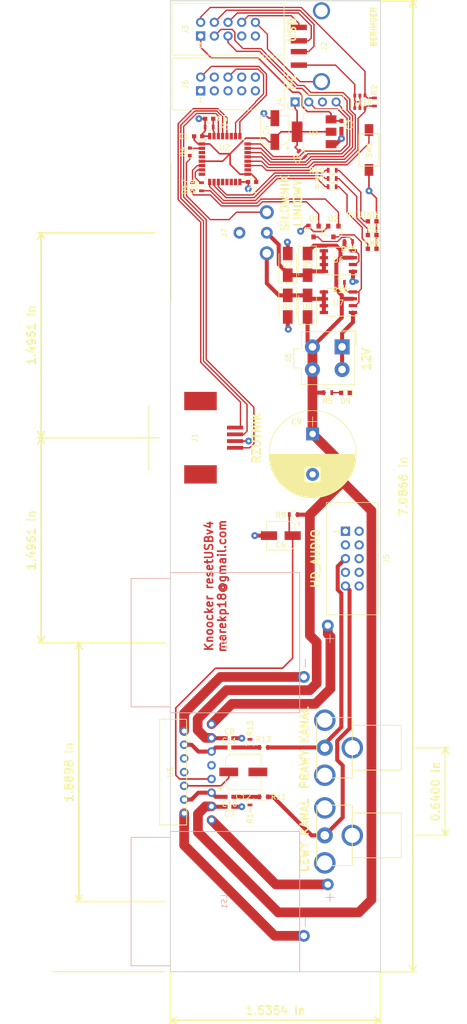
<source format=kicad_pcb>
(kicad_pcb (version 20171130) (host pcbnew "(5.0.0-rc2-dev-311-g1dd4af297)")
  (title_block (title resetUSB) (date 2018-02-14) (rev 1.0) (comment 1 "Projektant: Marek Piotrowski"))
  (layers (0 F.Cu signal) (31 B.Cu signal) (34 B.Paste user) (35 F.Paste user) (36 B.SilkS user) (37 F.SilkS user) (38 B.Mask user) (39 F.Mask user) (44 Edge.Cuts user))
  (net 0 "")
  (net 1 GND)
  (net 2 +5V)
  (net 3 +3V3)
  (net 4 +12V)
  (net 5 "Net-(D1-Pad2)")
  (net 6 "Net-(D2-Pad2)")
  (net 7 "Net-(D6-Pad2)")
  (net 8 /SWDIO)
  (net 9 /USB_P)
  (net 10 /USB_M)
  (net 11 "Net-(Q1-Pad1)")
  (net 12 "Net-(Q1-Pad3)")
  (net 13 "Net-(Q2-Pad3)")
  (net 14 "Net-(Q2-Pad1)")
  (net 15 /USB_PWR)
  (net 16 /SWCLK)
  (net 17 /M_IMP)
  (net 18 /RZUTNIK_VBUS)
  (net 19 /RZUTNIK_DP)
  (net 20 /RZUTNIK_DM)
  (net 21 /PC_PWR)
  (net 22 /PC_LED)
  (net 23 /M_IN1)
  (net 24 /M_IN2)
  (net 25 /LED_RED)
  (net 26 /LED_GREEN)
  (net 27 /LED_BLUE)
  (net 28 /PRZYCISK)
  (net 29 GNDA)
  (net 30 "Net-(C10-Pad2)")
  (net 31 "Net-(C10-Pad1)")
  (net 32 "Net-(LS1-Pad2)")
  (net 33 "Net-(LS1-Pad1)")
  (net 34 "Net-(LS2-Pad1)")
  (net 35 "Net-(LS2-Pad2)")
  (net 36 "Net-(C12-Pad1)")
  (net 37 "Net-(C5-Pad1)")
  (net 38 "Net-(C6-Pad1)")
  (net 39 "Net-(C11-Pad2)")
  (net 40 "Net-(C11-Pad1)")
  (net 41 "Net-(D3-Pad2)")
  (net 42 "Net-(D4-Pad1)")
  (net 43 "Net-(D5-Pad2)")
  (net 44 "Net-(J2-Pad5)")
  (net 45 "Net-(J2-Pad3)")
  (net 46 "Net-(J2-Pad4)")
  (net 47 "Net-(J2-Pad2)")
  (net 48 "Net-(J2-Pad1)")
  (net 49 "Net-(J3-Pad2)")
  (net 50 /OUT2_R)
  (net 51 /OUT2_L)
  (net 52 "Net-(D9-Pad2)")
  (module mpio:IDC10 (layer F.Cu) (at 144.526 144.272 270)
    (fp_text reference J5 (at 5.08 -7.62 270) (layer F.SilkS))
    (fp_text value Conn_02x05)
    (fp_text user 1 (at 0.02 1.72 270) (layer F.SilkS) (effects (font (thickness 0.12))))
    (pad 1 thru_hole rect (at 0 0 270) (size 1.7272 1.7272) (drill 1.016) (layers *.Cu *.Mask))
    (pad 2 thru_hole oval (at 0 -2.54 270) (size 1.7272 1.7272) (drill 1.016) (layers *.Cu *.Mask) (net 29 GNDA))
    (pad 3 thru_hole oval (at 2.54 0 270) (size 1.7272 1.7272) (drill 1.016) (layers *.Cu *.Mask))
    (pad 4 thru_hole oval (at 2.54 -2.54 270) (size 1.7272 1.7272) (drill 1.016) (layers *.Cu *.Mask))
    (pad 5 thru_hole oval (at 5.08 0 270) (size 1.7272 1.7272) (drill 1.016) (layers *.Cu *.Mask) (net 50 /OUT2_R))
    (pad 6 thru_hole oval (at 5.08 -2.54 270) (size 1.7272 1.7272) (drill 1.016) (layers *.Cu *.Mask))
    (pad 7 thru_hole oval (at 7.62 0 270) (size 1.7272 1.7272) (drill 1.016) (layers *.Cu *.Mask))
    (pad 8 thru_hole oval (at 7.62 -2.54 270) (size 1.7272 1.7272) (drill 1.016) (layers *.Cu *.Mask))
    (pad 9 thru_hole oval (at 10.16 0 270) (size 1.7272 1.7272) (drill 1.016) (layers *.Cu *.Mask) (net 51 /OUT2_L))
    (pad 10 thru_hole oval (at 10.16 -2.54 270) (size 1.7272 1.7272) (drill 1.016) (layers *.Cu *.Mask))
  )
  (module mpio:FC68391 (layer F.Cu) (at 145.796 200.66 90)
    (fp_text reference J9 (at 0 0.5 90) (layer F.SilkS))
    (fp_text value FC68391)
    (pad 2 thru_hole circle (at 5.1 -5.1 90) (size 4 4) (drill 2.8) (layers *.Cu *.Mask) (net 29 GNDA))
    (pad 2 thru_hole circle (at -5.1 -5.1 90) (size 4 4) (drill 2.8) (layers *.Cu *.Mask) (net 29 GNDA))
    (pad 1 thru_hole circle (at 0 -5.1 90) (size 3 3) (drill 1.6) (layers *.Cu *.Mask) (net 51 /OUT2_L))
    (pad 2 thru_hole circle (at 0 0 90) (size 4 4) (drill 2.8) (layers *.Cu *.Mask) (net 29 GNDA))
  )
  (module mpio:NLJ2MD-H (layer B.Cu) (at 112.0375 164.9325 90)
    (fp_text reference LS2 (at 0 10 90) (layer B.SilkS) (effects (justify mirror)))
    (fp_text value NLJ2MD-H)
    (fp_text user - (at -3.81 24.892 90) (layer B.SilkS) (effects (font (size 2 2)) (justify mirror)))
    (fp_text user + (at 0.762 29.464 90) (layer B.SilkS) (effects (font (size 2 2)) (justify mirror)))
    (pad 1 thru_hole circle (at 3.18 29.21 90) (size 2.2 2.2) (drill 1.2) (layers *.Cu *.Mask) (net 34 "Net-(LS2-Pad1)"))
    (pad 2 thru_hole circle (at -6.35 24.77 90) (size 2.2 2.2) (drill 1.2) (layers *.Cu *.Mask) (net 35 "Net-(LS2-Pad2)"))
  )
  (module mpio:FC68391 (layer F.Cu) (at 145.796 184.404 90)
    (fp_text reference J10 (at 0 0.5 90) (layer F.SilkS))
    (fp_text value FC68391)
    (pad 2 thru_hole circle (at 5.1 -5.1 90) (size 4 4) (drill 2.8) (layers *.Cu *.Mask) (net 29 GNDA))
    (pad 2 thru_hole circle (at -5.1 -5.1 90) (size 4 4) (drill 2.8) (layers *.Cu *.Mask) (net 29 GNDA))
    (pad 1 thru_hole circle (at 0 -5.1 90) (size 3 3) (drill 1.6) (layers *.Cu *.Mask) (net 50 /OUT2_R))
    (pad 2 thru_hole circle (at 0 0 90) (size 4 4) (drill 2.8) (layers *.Cu *.Mask) (net 29 GNDA))
  )
  (module Resistors_SMD:R_0603 (layer F.Cu) (at 129.3415 193.5065 180)
    (fp_text reference R11 (at -2.794 0 180) (layer F.SilkS))
    (fp_text value 4K7)
    (pad 1 smd rect (at -0.75 0 180) (size 0.5 0.9) (layers F.Cu F.Paste F.Mask) (net 51 /OUT2_L))
    (pad 2 smd rect (at 0.75 0 180) (size 0.5 0.9) (layers F.Cu F.Paste F.Mask) (net 31 "Net-(C10-Pad1)"))
  )
  (module Capacitors_SMD:C_0603 (layer F.Cu) (at 122.9915 184.3625 180)
    (fp_text reference C11 (at 0 1.2192 180) (layer F.SilkS))
    (fp_text value 0.47u)
    (pad 2 smd rect (at 0.75 0 180) (size 0.8 0.75) (layers F.Cu F.Paste F.Mask) (net 39 "Net-(C11-Pad2)"))
    (pad 1 smd rect (at -0.75 0 180) (size 0.8 0.75) (layers F.Cu F.Paste F.Mask) (net 40 "Net-(C11-Pad1)"))
  )
  (module Capacitors_SMD:C_0603 (layer F.Cu) (at 123.0035 193.5065 180)
    (fp_text reference C10 (at 0 -1.3462 180) (layer F.SilkS))
    (fp_text value 0.47u)
    (pad 1 smd rect (at -0.75 0 180) (size 0.8 0.75) (layers F.Cu F.Paste F.Mask) (net 31 "Net-(C10-Pad1)"))
    (pad 2 smd rect (at 0.75 0 180) (size 0.8 0.75) (layers F.Cu F.Paste F.Mask) (net 30 "Net-(C10-Pad2)"))
  )
  (module Diodes_SMD:D_SMA (layer F.Cu) (at 133.813 94.7962 90)
    (fp_text reference D7 (at -0.0948 -0.0585 180) (layer F.SilkS))
    (fp_text value US1D)
    (pad 2 smd rect (at 2 0 90) (size 2.5 1.8) (layers F.Cu F.Paste F.Mask) (net 29 GNDA))
    (pad 1 smd rect (at -2 0 90) (size 2.5 1.8) (layers F.Cu F.Paste F.Mask) (net 43 "Net-(D5-Pad2)"))
  )
  (module Diodes_SMD:D_SMA (layer F.Cu) (at 133.813 102.5432 270)
    (fp_text reference D8 (at 0.0313 -3.688) (layer F.SilkS))
    (fp_text value US1D)
    (pad 2 smd rect (at 2 0 270) (size 2.5 1.8) (layers F.Cu F.Paste F.Mask) (net 29 GNDA))
    (pad 1 smd rect (at -2 0 270) (size 2.5 1.8) (layers F.Cu F.Paste F.Mask) (net 7 "Net-(D6-Pad2)"))
  )
  (module Diodes_SMD:D_SMA (layer F.Cu) (at 137.496 102.5432 90)
    (fp_text reference D6 (at 0 -3.678 180) (layer F.SilkS))
    (fp_text value US1D)
    (pad 1 smd rect (at -2 0 90) (size 2.5 1.8) (layers F.Cu F.Paste F.Mask) (net 4 +12V))
    (pad 2 smd rect (at 2 0 90) (size 2.5 1.8) (layers F.Cu F.Paste F.Mask) (net 7 "Net-(D6-Pad2)"))
  )
  (module mpio:SOIC-8_3.9x4.9mm_Pitch1.27mm (layer F.Cu) (at 143.2237 101.8146 180)
    (fp_text reference U7 (at 0 -0.1179 180) (layer F.SilkS))
    (fp_text value AO4616)
    (pad 1 smd rect (at -2.7 -1.905 180) (size 1.55 0.6) (layers F.Cu F.Paste F.Mask) (net 29 GNDA))
    (pad 2 smd rect (at -2.7 -0.635 180) (size 1.55 0.6) (layers F.Cu F.Paste F.Mask) (net 13 "Net-(Q2-Pad3)"))
    (pad 3 smd rect (at -2.7 0.635 180) (size 1.55 0.6) (layers F.Cu F.Paste F.Mask) (net 4 +12V))
    (pad 4 smd rect (at -2.7 1.905 180) (size 1.55 0.6) (layers F.Cu F.Paste F.Mask) (net 13 "Net-(Q2-Pad3)"))
    (pad 5 smd rect (at 2.7 1.905 180) (size 1.55 0.6) (layers F.Cu F.Paste F.Mask) (net 7 "Net-(D6-Pad2)"))
    (pad 6 smd rect (at 2.7 0.635 180) (size 1.55 0.6) (layers F.Cu F.Paste F.Mask) (net 7 "Net-(D6-Pad2)"))
    (pad 7 smd rect (at 2.7 -0.635 180) (size 1.55 0.6) (layers F.Cu F.Paste F.Mask) (net 7 "Net-(D6-Pad2)"))
    (pad 8 smd rect (at 2.7 -1.905 180) (size 1.55 0.6) (layers F.Cu F.Paste F.Mask) (net 7 "Net-(D6-Pad2)"))
  )
  (module TO_SOT_Packages_SMD:SOT-23 (layer F.Cu) (at 138.6035 88.702 270)
    (fp_text reference Q1 (at -2.3835 -0.104) (layer F.SilkS))
    (fp_text value BC817)
    (pad 3 smd rect (at 1 0 270) (size 0.9 0.8) (layers F.Cu F.Paste F.Mask) (net 12 "Net-(Q1-Pad3)"))
    (pad 2 smd rect (at -1 0.95 270) (size 0.9 0.8) (layers F.Cu F.Paste F.Mask) (net 29 GNDA))
    (pad 1 smd rect (at -1 -0.95 270) (size 0.9 0.8) (layers F.Cu F.Paste F.Mask) (net 11 "Net-(Q1-Pad1)"))
  )
  (module Diodes_SMD:D_SMA (layer F.Cu) (at 137.496 94.7962 270)
    (fp_text reference D5 (at 0 -0.0685) (layer F.SilkS))
    (fp_text value US1D)
    (pad 1 smd rect (at -2 0 270) (size 2.5 1.8) (layers F.Cu F.Paste F.Mask) (net 4 +12V))
    (pad 2 smd rect (at 2 0 270) (size 2.5 1.8) (layers F.Cu F.Paste F.Mask) (net 43 "Net-(D5-Pad2)"))
  )
  (module TO_SOT_Packages_SMD:SOT-23 (layer F.Cu) (at 142.2865 88.702 270)
    (fp_text reference Q2 (at -2.3835 0.023) (layer F.SilkS))
    (fp_text value BC817)
    (pad 3 smd rect (at 1 0 270) (size 0.9 0.8) (layers F.Cu F.Paste F.Mask) (net 13 "Net-(Q2-Pad3)"))
    (pad 2 smd rect (at -1 0.95 270) (size 0.9 0.8) (layers F.Cu F.Paste F.Mask) (net 29 GNDA))
    (pad 1 smd rect (at -1 -0.95 270) (size 0.9 0.8) (layers F.Cu F.Paste F.Mask) (net 14 "Net-(Q2-Pad1)"))
  )
  (module Resistors_SMD:R_0603 (layer F.Cu) (at 142.0603 77.3523 180)
    (fp_text reference R10 (at 2.8448 -0.0762 180) (layer F.SilkS))
    (fp_text value 33K)
    (pad 1 smd rect (at -0.75 0 180) (size 0.5 0.9) (layers F.Cu F.Paste F.Mask) (net 41 "Net-(D3-Pad2)"))
    (pad 2 smd rect (at 0.75 0 180) (size 0.5 0.9) (layers F.Cu F.Paste F.Mask) (net 27 /LED_BLUE))
  )
  (module mpio:SOIC-8_3.9x4.9mm_Pitch1.27mm (layer F.Cu) (at 143.2237 94.1946 180)
    (fp_text reference U6 (at 0 0.2621 180) (layer F.SilkS))
    (fp_text value AO4616)
    (pad 1 smd rect (at -2.7 -1.905 180) (size 1.55 0.6) (layers F.Cu F.Paste F.Mask) (net 29 GNDA))
    (pad 2 smd rect (at -2.7 -0.635 180) (size 1.55 0.6) (layers F.Cu F.Paste F.Mask) (net 12 "Net-(Q1-Pad3)"))
    (pad 3 smd rect (at -2.7 0.635 180) (size 1.55 0.6) (layers F.Cu F.Paste F.Mask) (net 4 +12V))
    (pad 4 smd rect (at -2.7 1.905 180) (size 1.55 0.6) (layers F.Cu F.Paste F.Mask) (net 12 "Net-(Q1-Pad3)"))
    (pad 5 smd rect (at 2.7 1.905 180) (size 1.55 0.6) (layers F.Cu F.Paste F.Mask) (net 43 "Net-(D5-Pad2)"))
    (pad 6 smd rect (at 2.7 0.635 180) (size 1.55 0.6) (layers F.Cu F.Paste F.Mask) (net 43 "Net-(D5-Pad2)"))
    (pad 7 smd rect (at 2.7 -0.635 180) (size 1.55 0.6) (layers F.Cu F.Paste F.Mask) (net 43 "Net-(D5-Pad2)"))
    (pad 8 smd rect (at 2.7 -1.905 180) (size 1.55 0.6) (layers F.Cu F.Paste F.Mask) (net 43 "Net-(D5-Pad2)"))
  )
  (module mpio:Molex_MiniFit-JR-5556-04A_2x02x4.20mm_Straight (layer F.Cu) (at 143.9015 110.0935 270)
    (fp_text reference J8 (at 2.1 10 270) (layer F.SilkS))
    (fp_text value "Mini-Fit Jr; 4,2mm")
    (pad 1 thru_hole rect (at 0 0 270) (size 2.8 2.8) (drill 1.4) (layers *.Cu *.Mask) (net 29 GNDA))
    (pad 2 thru_hole circle (at 4.2 0 270) (size 2.8 2.8) (drill 1.4) (layers *.Cu *.Mask) (net 29 GNDA))
    (pad 3 thru_hole circle (at 0 5.5 270) (size 2.8 2.8) (drill 1.4) (layers *.Cu *.Mask) (net 4 +12V))
    (pad 4 thru_hole circle (at 4.2 5.5 270) (size 2.8 2.8) (drill 1.4) (layers *.Cu *.Mask) (net 4 +12V))
  )
  (module mpio:AC3MAH-AU-PRE (layer F.Cu) (at 121.0375 88.9325 90)
    (fp_text reference J7 (at 0 1 90) (layer F.SilkS))
    (fp_text value AC3MAH-AU-PRE)
    (pad "" np_thru_hole circle (at -3.81 -5.08 90) (size 1.6 1.6) (drill 1.6) (layers *.Cu *.Mask))
    (pad "" np_thru_hole circle (at 3.81 0 90) (size 1.6 1.6) (drill 1.6) (layers *.Cu *.Mask))
    (pad 4 thru_hole circle (at 0 3.81 90) (size 2.2 2.2) (drill 1.2) (layers *.Cu *.Mask))
    (pad 3 thru_hole circle (at 0 8.89 90) (size 2.2 2.2) (drill 1.2) (layers *.Cu *.Mask) (net 43 "Net-(D5-Pad2)"))
    (pad 2 thru_hole circle (at -3.81 8.89 90) (size 2.6 2.6) (drill 1.6) (layers *.Cu *.Mask) (net 7 "Net-(D6-Pad2)"))
    (pad 1 thru_hole circle (at 3.81 8.89 90) (size 2.6 2.6) (drill 1.6) (layers *.Cu *.Mask) (net 42 "Net-(D4-Pad1)"))
  )
  (module Housings_QFP:LQFP-32_7x7mm_Pitch0.8mm (layer F.Cu) (at 122.130272 75.273643)
    (fp_text reference U2 (at 0 -2.163143) (layer F.SilkS))
    (fp_text value STM32F042K6Tx)
    (pad 1 smd rect (at -4.25 -2.8) (size 1.2 0.6) (layers F.Cu F.Paste F.Mask) (net 3 +3V3))
    (pad 2 smd rect (at -4.25 -2) (size 1.2 0.6) (layers F.Cu F.Paste F.Mask) (net 17 /M_IMP))
    (pad 3 smd rect (at -4.25 -1.2) (size 1.2 0.6) (layers F.Cu F.Paste F.Mask))
    (pad 4 smd rect (at -4.25 -0.4) (size 1.2 0.6) (layers F.Cu F.Paste F.Mask))
    (pad 5 smd rect (at -4.25 0.4) (size 1.2 0.6) (layers F.Cu F.Paste F.Mask) (net 3 +3V3))
    (pad 6 smd rect (at -4.25 1.2) (size 1.2 0.6) (layers F.Cu F.Paste F.Mask) (net 23 /M_IN1))
    (pad 7 smd rect (at -4.25 2) (size 1.2 0.6) (layers F.Cu F.Paste F.Mask) (net 24 /M_IN2))
    (pad 8 smd rect (at -4.25 2.8) (size 1.2 0.6) (layers F.Cu F.Paste F.Mask))
    (pad 9 smd rect (at -2.8 4.25 90) (size 1.2 0.6) (layers F.Cu F.Paste F.Mask) (net 25 /LED_RED))
    (pad 10 smd rect (at -2 4.25 90) (size 1.2 0.6) (layers F.Cu F.Paste F.Mask) (net 26 /LED_GREEN))
    (pad 11 smd rect (at -1.2 4.25 90) (size 1.2 0.6) (layers F.Cu F.Paste F.Mask) (net 27 /LED_BLUE))
    (pad 12 smd rect (at -0.4 4.25 90) (size 1.2 0.6) (layers F.Cu F.Paste F.Mask))
    (pad 13 smd rect (at 0.4 4.25 90) (size 1.2 0.6) (layers F.Cu F.Paste F.Mask))
    (pad 14 smd rect (at 1.2 4.25 90) (size 1.2 0.6) (layers F.Cu F.Paste F.Mask))
    (pad 15 smd rect (at 2 4.25 90) (size 1.2 0.6) (layers F.Cu F.Paste F.Mask))
    (pad 16 smd rect (at 2.8 4.25 90) (size 1.2 0.6) (layers F.Cu F.Paste F.Mask) (net 1 GND))
    (pad 17 smd rect (at 4.25 2.8) (size 1.2 0.6) (layers F.Cu F.Paste F.Mask) (net 3 +3V3))
    (pad 18 smd rect (at 4.25 2) (size 1.2 0.6) (layers F.Cu F.Paste F.Mask))
    (pad 19 smd rect (at 4.25 1.2) (size 1.2 0.6) (layers F.Cu F.Paste F.Mask) (net 28 /PRZYCISK))
    (pad 20 smd rect (at 4.25 0.4) (size 1.2 0.6) (layers F.Cu F.Paste F.Mask) (net 15 /USB_PWR))
    (pad 21 smd rect (at 4.25 -0.4) (size 1.2 0.6) (layers F.Cu F.Paste F.Mask) (net 10 /USB_M))
    (pad 22 smd rect (at 4.25 -1.2) (size 1.2 0.6) (layers F.Cu F.Paste F.Mask) (net 9 /USB_P))
    (pad 23 smd rect (at 4.25 -2) (size 1.2 0.6) (layers F.Cu F.Paste F.Mask) (net 8 /SWDIO))
    (pad 24 smd rect (at 4.25 -2.8) (size 1.2 0.6) (layers F.Cu F.Paste F.Mask) (net 16 /SWCLK))
    (pad 25 smd rect (at 2.8 -4.25 90) (size 1.2 0.6) (layers F.Cu F.Paste F.Mask) (net 22 /PC_LED))
    (pad 26 smd rect (at 2 -4.25 90) (size 1.2 0.6) (layers F.Cu F.Paste F.Mask) (net 21 /PC_PWR))
    (pad 27 smd rect (at 1.2 -4.25 90) (size 1.2 0.6) (layers F.Cu F.Paste F.Mask))
    (pad 28 smd rect (at 0.4 -4.25 90) (size 1.2 0.6) (layers F.Cu F.Paste F.Mask) (net 19 /RZUTNIK_DP))
    (pad 29 smd rect (at -0.4 -4.25 90) (size 1.2 0.6) (layers F.Cu F.Paste F.Mask) (net 20 /RZUTNIK_DM))
    (pad 30 smd rect (at -1.2 -4.25 90) (size 1.2 0.6) (layers F.Cu F.Paste F.Mask) (net 18 /RZUTNIK_VBUS))
    (pad 31 smd rect (at -2 -4.25 90) (size 1.2 0.6) (layers F.Cu F.Paste F.Mask) (net 37 "Net-(C5-Pad1)"))
    (pad 32 smd rect (at -2.8 -4.25 90) (size 1.2 0.6) (layers F.Cu F.Paste F.Mask) (net 1 GND))
  )
  (module Resistors_SMD:R_0603 (layer F.Cu) (at 129.3415 184.3625 180)
    (fp_text reference R12 (at 0 1.524 180) (layer F.SilkS))
    (fp_text value 4K7)
    (pad 2 smd rect (at 0.75 0 180) (size 0.5 0.9) (layers F.Cu F.Paste F.Mask) (net 40 "Net-(C11-Pad1)"))
    (pad 1 smd rect (at -0.75 0 180) (size 0.5 0.9) (layers F.Cu F.Paste F.Mask) (net 50 /OUT2_R))
  )
  (module Resistors_SMD:R_0603 (layer F.Cu) (at 119.225376 69.325202)
    (fp_text reference R1 (at 2.972124 -0.024702) (layer F.SilkS))
    (fp_text value 100K)
    (pad 2 smd rect (at 0.75 0) (size 0.5 0.9) (layers F.Cu F.Paste F.Mask) (net 37 "Net-(C5-Pad1)"))
    (pad 1 smd rect (at -0.75 0) (size 0.5 0.9) (layers F.Cu F.Paste F.Mask) (net 1 GND))
  )
  (module Capacitors_SMD:C_0603 (layer F.Cu) (at 117.191131 71.052923)
    (fp_text reference C1 (at -2.613631 0.025577) (layer F.SilkS))
    (fp_text value 100n)
    (pad 1 smd rect (at -0.75 0) (size 0.8 0.75) (layers F.Cu F.Paste F.Mask) (net 3 +3V3))
    (pad 2 smd rect (at 0.75 0) (size 0.8 0.75) (layers F.Cu F.Paste F.Mask) (net 1 GND))
  )
  (module Capacitors_SMD:C_0603 (layer F.Cu) (at 119.237376 67.801202 180)
    (fp_text reference C5 (at -2.452124 0.024702 180) (layer F.SilkS))
    (fp_text value 100n)
    (pad 1 smd rect (at -0.75 0 180) (size 0.8 0.75) (layers F.Cu F.Paste F.Mask) (net 37 "Net-(C5-Pad1)"))
    (pad 2 smd rect (at 0.75 0 180) (size 0.8 0.75) (layers F.Cu F.Paste F.Mask) (net 1 GND))
  )
  (module mpio:USB-A_SMD (layer F.Cu) (at 140.081 54.356 90)
    (fp_text reference J2 (at 0 0.5 90) (layer F.SilkS))
    (fp_text value TUEA4F2SOBHT)
    (pad 5 thru_hole circle (at -6.57 0 90) (size 3.2 3.2) (drill 2.3) (layers *.Cu *.Mask) (net 44 "Net-(J2-Pad5)"))
    (pad 5 thru_hole circle (at 6.57 0 90) (size 3.2 3.2) (drill 2.3) (layers *.Cu *.Mask) (net 44 "Net-(J2-Pad5)"))
    (pad 3 smd rect (at 1 -4.21 90) (size 1 3) (layers F.Cu F.Paste F.Mask) (net 45 "Net-(J2-Pad3)"))
    (pad 4 smd rect (at 3.5 -4.21 90) (size 1 3) (layers F.Cu F.Paste F.Mask) (net 46 "Net-(J2-Pad4)"))
    (pad 2 smd rect (at -1 -4.21 90) (size 1 3) (layers F.Cu F.Paste F.Mask) (net 47 "Net-(J2-Pad2)"))
    (pad 1 smd rect (at -3.5 -4.21 90) (size 1 3) (layers F.Cu F.Paste F.Mask) (net 48 "Net-(J2-Pad1)"))
  )
  (module Capacitors_SMD:C_0603 (layer F.Cu) (at 122.9915 182.6505)
    (fp_text reference C8 (at 0 -1.2446) (layer F.SilkS))
    (fp_text value 100n)
    (pad 2 smd rect (at 0.75 0) (size 0.8 0.75) (layers F.Cu F.Paste F.Mask) (net 29 GNDA))
    (pad 1 smd rect (at -0.75 0) (size 0.8 0.75) (layers F.Cu F.Paste F.Mask) (net 4 +12V))
  )
  (module Capacitors_THT:CP_Radial_D16.0mm_P7.50mm (layer F.Cu) (at 138.43 126.238 270)
    (fp_text reference C9 (at -2.28 3) (layer F.SilkS))
    (fp_text value 4700u)
    (pad 1 thru_hole rect (at 0 0 270) (size 2.4 2.4) (drill 1.2) (layers *.Cu *.Mask) (net 4 +12V))
    (pad 2 thru_hole circle (at 7.5 0 270) (size 2.4 2.4) (drill 1.2) (layers *.Cu *.Mask) (net 29 GNDA))
  )
  (module mpio:NLJ2MD-H (layer B.Cu) (at 112.0375 212.9325 90)
    (fp_text reference LS1 (at 0 10 90) (layer B.SilkS) (effects (justify mirror)))
    (fp_text value NLJ2MD-H)
    (fp_text user + (at 0.762 29.464 90) (layer B.SilkS) (effects (font (size 2 2)) (justify mirror)))
    (fp_text user - (at -3.81 24.892 90) (layer B.SilkS) (effects (font (size 2 2)) (justify mirror)))
    (pad 2 thru_hole circle (at -6.35 24.77 90) (size 2.2 2.2) (drill 1.2) (layers *.Cu *.Mask) (net 32 "Net-(LS1-Pad2)"))
    (pad 1 thru_hole circle (at 3.18 29.21 90) (size 2.2 2.2) (drill 1.2) (layers *.Cu *.Mask) (net 33 "Net-(LS1-Pad1)"))
  )
  (module Capacitors_SMD:C_0603 (layer F.Cu) (at 143.786359 68.940041 270)
    (fp_text reference C3 (at 0 -1.5 270) (layer F.SilkS))
    (fp_text value 100n)
    (pad 1 smd rect (at -0.75 0 270) (size 0.8 0.75) (layers F.Cu F.Paste F.Mask) (net 2 +5V))
    (pad 2 smd rect (at 0.75 0 270) (size 0.8 0.75) (layers F.Cu F.Paste F.Mask) (net 1 GND))
  )
  (module Capacitors_SMD:CP_Elec_5x5.3 (layer F.Cu) (at 131.4183 69.8751 90)
    (fp_text reference C4 (at 0 -1.6008 90) (layer F.SilkS))
    (fp_text value 10u)
    (fp_text user + (at -3.38 2.34 90) (layer F.SilkS))
    (pad 2 smd rect (at 2.2 0 270) (size 3 1.6) (layers F.Cu F.Paste F.Mask) (net 1 GND))
    (pad 1 smd rect (at -2.2 0 270) (size 3 1.6) (layers F.Cu F.Paste F.Mask) (net 3 +3V3))
  )
  (module TO_SOT_Packages_SMD:SOT-223-3_TabPin2 (layer F.Cu) (at 138.706359 70.210041 180)
    (fp_text reference U1 (at 0 -0.106459 180) (layer F.SilkS))
    (fp_text value LD1117S33TR)
    (pad 1 smd rect (at -3.15 -2.3 180) (size 2 1.5) (layers F.Cu F.Paste F.Mask) (net 1 GND))
    (pad 3 smd rect (at -3.15 2.3 180) (size 2 1.5) (layers F.Cu F.Paste F.Mask) (net 2 +5V))
    (pad 2 smd rect (at -3.15 0 180) (size 2 1.5) (layers F.Cu F.Paste F.Mask) (net 3 +3V3))
    (pad 2 smd rect (at 3.15 0 180) (size 2 3.8) (layers F.Cu F.Paste F.Mask) (net 3 +3V3))
  )
  (module mpio:SW_3x6_1,6x7,4 (layer F.Cu) (at 148.8935 73.5835 90)
    (fp_text reference SW1 (at 0 0 90) (layer F.SilkS))
    (fp_text value "TACTM-34N-F " hide)
    (pad 2 smd rect (at 3.7 0 90) (size 2.18 1.6) (layers F.Cu F.Paste F.Mask) (net 28 /PRZYCISK))
    (pad 1 smd rect (at -3.7 0 90) (size 2.18 1.6) (layers F.Cu F.Paste F.Mask) (net 1 GND))
  )
  (module Capacitors_SMD:C_0603 (layer F.Cu) (at 127.210127 79.513456 180)
    (fp_text reference C2 (at 0 -1.5 180) (layer F.SilkS))
    (fp_text value 100n)
    (pad 1 smd rect (at -0.75 0 180) (size 0.8 0.75) (layers F.Cu F.Paste F.Mask) (net 3 +3V3))
    (pad 2 smd rect (at 0.75 0 180) (size 0.8 0.75) (layers F.Cu F.Paste F.Mask) (net 1 GND))
  )
  (module Resistors_SMD:R_0603 (layer F.Cu) (at 136.4475 74.3455 135)
    (fp_text reference R3 (at 0 -1.45 135) (layer F.SilkS))
    (fp_text value 100K)
    (pad 2 smd rect (at 0.75 0 135) (size 0.5 0.9) (layers F.Cu F.Paste F.Mask) (net 3 +3V3))
    (pad 1 smd rect (at -0.75 0 135) (size 0.5 0.9) (layers F.Cu F.Paste F.Mask) (net 8 /SWDIO))
  )
  (module Resistors_SMD:R_0603 (layer F.Cu) (at 126.8015 183.6005 90)
    (fp_text reference R13 (at 2.794 0 90) (layer F.SilkS))
    (fp_text value 10K)
    (pad 2 smd rect (at 0.75 0 90) (size 0.5 0.9) (layers F.Cu F.Paste F.Mask) (net 29 GNDA))
    (pad 1 smd rect (at -0.75 0 90) (size 0.5 0.9) (layers F.Cu F.Paste F.Mask) (net 40 "Net-(C11-Pad1)"))
  )
  (module Diodes_SMD:D_SOD-523 (layer F.Cu) (at 115.6335 73.9235 90)
    (fp_text reference D4 (at 0 -1.3 90) (layer F.SilkS))
    (fp_text value 1PS79SB70)
    (pad 1 smd rect (at -0.7 0 270) (size 0.6 0.7) (layers F.Cu F.Paste F.Mask) (net 42 "Net-(D4-Pad1)"))
    (pad 2 smd rect (at 0.7 0 270) (size 0.6 0.7) (layers F.Cu F.Paste F.Mask) (net 17 /M_IMP))
  )
  (module LEDs:LED_0603 (layer F.Cu) (at 149.484 91.8985 180)
    (fp_text reference D1 hide)
    (fp_text value RED)
    (pad 1 smd rect (at -0.8 0) (size 0.8 0.8) (layers F.Cu F.Paste F.Mask) (net 1 GND))
    (pad 2 smd rect (at 0.8 0) (size 0.8 0.8) (layers F.Cu F.Paste F.Mask) (net 5 "Net-(D1-Pad2)"))
  )
  (module LEDs:LED_0603 (layer F.Cu) (at 149.484 89.3585 180)
    (fp_text reference D2 hide)
    (fp_text value GREEN)
    (pad 1 smd rect (at -0.8 0) (size 0.8 0.8) (layers F.Cu F.Paste F.Mask) (net 1 GND))
    (pad 2 smd rect (at 0.8 0) (size 0.8 0.8) (layers F.Cu F.Paste F.Mask) (net 6 "Net-(D2-Pad2)"))
  )
  (module LEDs:LED_0603 (layer F.Cu) (at 149.484 86.8185 180)
    (fp_text reference D3 hide)
    (fp_text value BLUE)
    (pad 1 smd rect (at -0.8 0) (size 0.8 0.8) (layers F.Cu F.Paste F.Mask) (net 1 GND))
    (pad 2 smd rect (at 0.8 0) (size 0.8 0.8) (layers F.Cu F.Paste F.Mask) (net 41 "Net-(D3-Pad2)"))
  )
  (module mpio:USB-B_SMD (layer F.Cu) (at 117.0375 126.9325 270)
    (fp_text reference J1 (at 0 0.5 270) (layer F.SilkS))
    (fp_text value USBB-G-SMD)
    (pad 1 smd rect (at 1.875 -7 270) (size 0.7 3) (layers F.Cu F.Paste F.Mask) (net 18 /RZUTNIK_VBUS))
    (pad 3 smd rect (at -1.875 -7 270) (size 0.7 3) (layers F.Cu F.Paste F.Mask) (net 19 /RZUTNIK_DP))
    (pad 4 smd rect (at 0.625 -7 270) (size 0.7 3) (layers F.Cu F.Paste F.Mask) (net 1 GND))
    (pad 2 smd rect (at -0.625 -7 270) (size 0.7 3) (layers F.Cu F.Paste F.Mask) (net 20 /RZUTNIK_DM))
    (pad 5 smd rect (at 6.8 0 270) (size 3.4 6.04) (drill (offset 0 -0.58)) (layers F.Cu F.Paste F.Mask) (net 1 GND))
    (pad 5 smd rect (at -6.8 0 270) (size 3.4 6.04) (drill (offset 0 -0.58)) (layers F.Cu F.Paste F.Mask) (net 1 GND))
    (pad "" np_thru_hole circle (at 2.75 0 270) (size 1.4 1.4) (drill 1.4) (layers *.Cu *.Mask))
    (pad "" np_thru_hole circle (at -2.75 0 270) (size 1.4 1.4) (drill 1.4) (layers *.Cu *.Mask))
  )
  (module Resistors_SMD:R_0603 (layer F.Cu) (at 149.9095 64.6935 270)
    (fp_text reference R2 (at -2.251 0.026 270) (layer F.SilkS))
    (fp_text value 100K)
    (pad 2 smd rect (at 0.75 0 270) (size 0.5 0.9) (layers F.Cu F.Paste F.Mask) (net 15 /USB_PWR))
    (pad 1 smd rect (at -0.75 0 270) (size 0.5 0.9) (layers F.Cu F.Paste F.Mask) (net 49 "Net-(J3-Pad2)"))
  )
  (module mpio:IDC10 (layer F.Cu) (at 117.6515 52.4615)
    (fp_text reference J3 (at -2.82 -1.195 90) (layer F.SilkS))
    (fp_text value Conn_02x05)
    (fp_text user 1 (at 0.02 1.72) (layer F.SilkS) (effects (font (thickness 0.12))))
    (pad 1 thru_hole rect (at 0 0) (size 1.7272 1.7272) (drill 1.016) (layers *.Cu *.Mask) (net 2 +5V))
    (pad 2 thru_hole oval (at 0 -2.54) (size 1.7272 1.7272) (drill 1.016) (layers *.Cu *.Mask) (net 49 "Net-(J3-Pad2)"))
    (pad 3 thru_hole oval (at 2.54 0) (size 1.7272 1.7272) (drill 1.016) (layers *.Cu *.Mask) (net 10 /USB_M))
    (pad 4 thru_hole oval (at 2.54 -2.54) (size 1.7272 1.7272) (drill 1.016) (layers *.Cu *.Mask) (net 47 "Net-(J2-Pad2)"))
    (pad 5 thru_hole oval (at 5.08 0) (size 1.7272 1.7272) (drill 1.016) (layers *.Cu *.Mask) (net 9 /USB_P))
    (pad 6 thru_hole oval (at 5.08 -2.54) (size 1.7272 1.7272) (drill 1.016) (layers *.Cu *.Mask) (net 45 "Net-(J2-Pad3)"))
    (pad 7 thru_hole oval (at 7.62 0) (size 1.7272 1.7272) (drill 1.016) (layers *.Cu *.Mask) (net 1 GND))
    (pad 8 thru_hole oval (at 7.62 -2.54) (size 1.7272 1.7272) (drill 1.016) (layers *.Cu *.Mask) (net 46 "Net-(J2-Pad4)"))
    (pad 9 thru_hole oval (at 10.16 0) (size 1.7272 1.7272) (drill 1.016) (layers *.Cu *.Mask))
    (pad 10 thru_hole oval (at 10.16 -2.54) (size 1.7272 1.7272) (drill 1.016) (layers *.Cu *.Mask) (net 44 "Net-(J2-Pad5)"))
  )
  (module mpio:IDC10 (layer F.Cu) (at 117.6515 62.6215)
    (fp_text reference J6 (at -2.82 -1.195 90) (layer F.SilkS))
    (fp_text value Conn_02x05)
    (fp_text user 1 (at 0.02 1.72) (layer F.SilkS) (effects (font (thickness 0.12))))
    (pad 10 thru_hole oval (at 10.16 -2.54) (size 1.7272 1.7272) (drill 1.016) (layers *.Cu *.Mask))
    (pad 9 thru_hole oval (at 10.16 0) (size 1.7272 1.7272) (drill 1.016) (layers *.Cu *.Mask))
    (pad 8 thru_hole oval (at 7.62 -2.54) (size 1.7272 1.7272) (drill 1.016) (layers *.Cu *.Mask))
    (pad 7 thru_hole oval (at 7.62 0) (size 1.7272 1.7272) (drill 1.016) (layers *.Cu *.Mask))
    (pad 6 thru_hole oval (at 5.08 -2.54) (size 1.7272 1.7272) (drill 1.016) (layers *.Cu *.Mask) (net 21 /PC_PWR))
    (pad 5 thru_hole oval (at 5.08 0) (size 1.7272 1.7272) (drill 1.016) (layers *.Cu *.Mask))
    (pad 4 thru_hole oval (at 2.54 -2.54) (size 1.7272 1.7272) (drill 1.016) (layers *.Cu *.Mask))
    (pad 3 thru_hole oval (at 2.54 0) (size 1.7272 1.7272) (drill 1.016) (layers *.Cu *.Mask))
    (pad 2 thru_hole oval (at 0 -2.54) (size 1.7272 1.7272) (drill 1.016) (layers *.Cu *.Mask) (net 22 /PC_LED))
    (pad 1 thru_hole rect (at 0 0) (size 1.7272 1.7272) (drill 1.016) (layers *.Cu *.Mask))
  )
  (module Pin_Headers:Pin_Header_Straight_1x04_Pitch2.54mm (layer F.Cu) (at 135.1775 64.6935 90)
    (fp_text reference J4 (at 0 -2.82 270) (layer F.SilkS))
    (fp_text value SWD_4pin)
    (pad 4 thru_hole oval (at 0 7.62 90) (size 1.7 1.7) (drill 1) (layers *.Cu *.Mask) (net 8 /SWDIO))
    (pad 3 thru_hole oval (at 0 5.08 90) (size 1.7 1.7) (drill 1) (layers *.Cu *.Mask) (net 1 GND))
    (pad 2 thru_hole oval (at 0 2.54 90) (size 1.7 1.7) (drill 1) (layers *.Cu *.Mask) (net 16 /SWCLK))
    (pad 1 thru_hole rect (at 0 0 90) (size 1.7 1.7) (drill 1) (layers *.Cu *.Mask) (net 3 +3V3))
  )
  (module mpio:TSOP-6_1.65x3.05mm_Pitch0.95mm (layer F.Cu) (at 147.2044 64.6568 90)
    (fp_text reference U3 (at -0.0717 0.1391 180) (layer F.SilkS))
    (fp_text value IRLTS2242)
    (pad 6 smd rect (at 1.16 -0.95 90) (size 0.7 0.51) (layers F.Cu F.Paste F.Mask) (net 48 "Net-(J2-Pad1)"))
    (pad 5 smd rect (at 1.16 0 90) (size 0.7 0.51) (layers F.Cu F.Paste F.Mask) (net 48 "Net-(J2-Pad1)"))
    (pad 4 smd rect (at 1.16 0.95 90) (size 0.7 0.51) (layers F.Cu F.Paste F.Mask) (net 49 "Net-(J3-Pad2)"))
    (pad 3 smd rect (at -1.16 0.95 90) (size 0.7 0.51) (layers F.Cu F.Paste F.Mask) (net 15 /USB_PWR))
    (pad 2 smd rect (at -1.16 0 90) (size 0.7 0.51) (layers F.Cu F.Paste F.Mask) (net 48 "Net-(J2-Pad1)"))
    (pad 1 smd rect (at -1.16 -0.95 90) (size 0.7 0.51) (layers F.Cu F.Paste F.Mask) (net 48 "Net-(J2-Pad1)"))
  )
  (module Capacitors_SMD:CP_Elec_5x5.3 (layer F.Cu) (at 132.5245 145.0855 180)
    (fp_text reference C6 (at 0 -1.702 180) (layer F.SilkS))
    (fp_text value 10u)
    (fp_text user + (at -3.38 2.34 180) (layer F.SilkS))
    (pad 2 smd rect (at 2.2 0) (size 3 1.6) (layers F.Cu F.Paste F.Mask) (net 29 GNDA))
    (pad 1 smd rect (at -2.2 0) (size 3 1.6) (layers F.Cu F.Paste F.Mask) (net 38 "Net-(C6-Pad1)"))
  )
  (module Resistors_SMD:R_0603 (layer F.Cu) (at 142.0603 78.8763 180)
    (fp_text reference R7 (at 2.3368 -0.0562 180) (layer F.SilkS))
    (fp_text value 6K8)
    (pad 1 smd rect (at -0.75 0 180) (size 0.5 0.9) (layers F.Cu F.Paste F.Mask) (net 6 "Net-(D2-Pad2)"))
    (pad 2 smd rect (at 0.75 0 180) (size 0.5 0.9) (layers F.Cu F.Paste F.Mask) (net 26 /LED_GREEN))
  )
  (module mpio:MULTIWATT15 (layer F.Cu) (at 110.0375 188.9325 90)
    (fp_text reference U5 (at 0 2 90) (layer F.SilkS))
    (fp_text value TDA7375)
    (pad 8 thru_hole circle (at 0 4.55 90) (size 1.6 1.6) (drill 0.9) (layers *.Cu *.Mask) (net 29 GNDA))
    (pad 6 thru_hole circle (at -2.54 4.55 90) (size 1.6 1.6) (drill 0.9) (layers *.Cu *.Mask) (net 36 "Net-(C12-Pad1)"))
    (pad 4 thru_hole circle (at -5.08 4.55 90) (size 1.6 1.6) (drill 0.9) (layers *.Cu *.Mask) (net 30 "Net-(C10-Pad2)"))
    (pad 2 thru_hole circle (at -7.62 4.55 90) (size 1.6 1.6) (drill 0.9) (layers *.Cu *.Mask) (net 32 "Net-(LS1-Pad2)"))
    (pad 10 thru_hole circle (at 2.54 4.55 90) (size 1.6 1.6) (drill 0.9) (layers *.Cu *.Mask))
    (pad 12 thru_hole circle (at 5.08 4.55 90) (size 1.6 1.6) (drill 0.9) (layers *.Cu *.Mask) (net 39 "Net-(C11-Pad2)"))
    (pad 14 thru_hole circle (at 7.62 4.55 90) (size 1.6 1.6) (drill 0.9) (layers *.Cu *.Mask) (net 35 "Net-(LS2-Pad2)"))
    (pad 1 thru_hole circle (at -8.89 9.63 90) (size 1.6 1.6) (drill 0.9) (layers *.Cu *.Mask) (net 33 "Net-(LS1-Pad1)"))
    (pad 3 thru_hole circle (at -6.35 9.63 90) (size 1.6 1.6) (drill 0.9) (layers *.Cu *.Mask) (net 4 +12V))
    (pad 5 thru_hole circle (at -3.81 9.63 90) (size 1.6 1.6) (drill 0.9) (layers *.Cu *.Mask) (net 30 "Net-(C10-Pad2)"))
    (pad 7 thru_hole circle (at -1.27 9.63 90) (size 1.6 1.6) (drill 0.9) (layers *.Cu *.Mask) (net 38 "Net-(C6-Pad1)"))
    (pad 9 thru_hole circle (at 1.27 9.63 90) (size 1.6 1.6) (drill 0.9) (layers *.Cu *.Mask) (net 29 GNDA))
    (pad 11 thru_hole circle (at 3.81 9.63 90) (size 1.6 1.6) (drill 0.9) (layers *.Cu *.Mask) (net 39 "Net-(C11-Pad2)"))
    (pad 13 thru_hole circle (at 6.35 9.63 90) (size 1.6 1.6) (drill 0.9) (layers *.Cu *.Mask) (net 4 +12V))
    (pad 15 thru_hole circle (at 8.89 9.63 90) (size 1.6 1.6) (drill 0.9) (layers *.Cu *.Mask) (net 34 "Net-(LS2-Pad1)"))
  )
  (module Capacitors_SMD:C_0603 (layer F.Cu) (at 122.9915 195.3505)
    (fp_text reference C7 (at 0 1.3208) (layer F.SilkS))
    (fp_text value 100n)
    (pad 2 smd rect (at 0.75 0) (size 0.8 0.75) (layers F.Cu F.Paste F.Mask) (net 29 GNDA))
    (pad 1 smd rect (at -0.75 0) (size 0.8 0.75) (layers F.Cu F.Paste F.Mask) (net 4 +12V))
  )
  (module Resistors_SMD:R_0603 (layer F.Cu) (at 142.0495 80.4005 180)
    (fp_text reference R4 (at 2.326 -0.076 180) (layer F.SilkS))
    (fp_text value 22K)
    (pad 1 smd rect (at -0.75 0 180) (size 0.5 0.9) (layers F.Cu F.Paste F.Mask) (net 5 "Net-(D1-Pad2)"))
    (pad 2 smd rect (at 0.75 0 180) (size 0.5 0.9) (layers F.Cu F.Paste F.Mask) (net 25 /LED_RED))
  )
  (module Resistors_SMD:R_0603 (layer F.Cu) (at 134.8505 141.1893 180)
    (fp_text reference R9 (at 2.326 -0.076 180) (layer F.SilkS))
    (fp_text value 47K)
    (pad 1 smd rect (at -0.75 0 180) (size 0.5 0.9) (layers F.Cu F.Paste F.Mask) (net 4 +12V))
    (pad 2 smd rect (at 0.75 0 180) (size 0.5 0.9) (layers F.Cu F.Paste F.Mask) (net 38 "Net-(C6-Pad1)"))
  )
  (module Resistors_SMD:R_0603 (layer F.Cu) (at 126.8015 194.2685 270)
    (fp_text reference R14 (at 2.794 0 270) (layer F.SilkS))
    (fp_text value 10K)
    (pad 1 smd rect (at -0.75 0 270) (size 0.5 0.9) (layers F.Cu F.Paste F.Mask) (net 31 "Net-(C10-Pad1)"))
    (pad 2 smd rect (at 0.75 0 270) (size 0.5 0.9) (layers F.Cu F.Paste F.Mask) (net 29 GNDA))
  )
  (module Resistors_SMD:R_0603 (layer F.Cu) (at 145.1083 90.5603 180)
    (fp_text reference R15 (at 0 -1.45 180) (layer F.SilkS))
    (fp_text value 10K)
    (pad 2 smd rect (at 0.75 0 180) (size 0.5 0.9) (layers F.Cu F.Paste F.Mask) (net 4 +12V))
    (pad 1 smd rect (at -0.75 0 180) (size 0.5 0.9) (layers F.Cu F.Paste F.Mask) (net 12 "Net-(Q1-Pad3)"))
  )
  (module Resistors_SMD:R_0603 (layer F.Cu) (at 143.5843 98.1295 180)
    (fp_text reference R16 (at 0 -1.45 180) (layer F.SilkS))
    (fp_text value 10K)
    (pad 1 smd rect (at -0.75 0 180) (size 0.5 0.9) (layers F.Cu F.Paste F.Mask) (net 13 "Net-(Q2-Pad3)"))
    (pad 2 smd rect (at 0.75 0 180) (size 0.5 0.9) (layers F.Cu F.Paste F.Mask) (net 4 +12V))
  )
  (module Resistors_SMD:R_0603 (layer F.Cu) (at 116.1523 80.4003 90)
    (fp_text reference R17 (at 0 -1.45 90) (layer F.SilkS))
    (fp_text value 10K)
    (pad 2 smd rect (at 0.75 0 90) (size 0.5 0.9) (layers F.Cu F.Paste F.Mask) (net 23 /M_IN1))
    (pad 1 smd rect (at -0.75 0 90) (size 0.5 0.9) (layers F.Cu F.Paste F.Mask) (net 11 "Net-(Q1-Pad1)"))
  )
  (module Resistors_SMD:R_0603 (layer F.Cu) (at 117.8033 80.4003 90)
    (fp_text reference R18 (at 0 -1.45 90) (layer F.SilkS))
    (fp_text value 10K)
    (pad 2 smd rect (at 0.75 0 90) (size 0.5 0.9) (layers F.Cu F.Paste F.Mask) (net 24 /M_IN2))
    (pad 1 smd rect (at -0.75 0 90) (size 0.5 0.9) (layers F.Cu F.Paste F.Mask) (net 14 "Net-(Q2-Pad1)"))
  )
  (module LEDs:LED_0603 (layer F.Cu) (at 144.526 118.618 180)
    (fp_text reference D9 (at 0 -1.524 180) (layer F.SilkS))
    (fp_text value RED)
    (pad 2 smd rect (at 0.8 0) (size 0.8 0.8) (layers F.Cu F.Paste F.Mask) (net 52 "Net-(D9-Pad2)"))
    (pad 1 smd rect (at -0.8 0) (size 0.8 0.8) (layers F.Cu F.Paste F.Mask) (net 29 GNDA))
  )
  (module Resistors_SMD:R_0603 (layer F.Cu) (at 141.2475 118.5765)
    (fp_text reference R5 (at -0.0235 1.5655) (layer F.SilkS))
    (fp_text value 100K)
    (pad 1 smd rect (at -0.75 0) (size 0.5 0.9) (layers F.Cu F.Paste F.Mask) (net 4 +12V))
    (pad 2 smd rect (at 0.75 0) (size 0.5 0.9) (layers F.Cu F.Paste F.Mask) (net 52 "Net-(D9-Pad2)"))
  )
  (module Capacitors_SMD:CP_Elec_6.3x5.3 (layer F.Cu) (at 125.5715 188.8965)
    (fp_text reference C12 (at 0 4.56) (layer F.SilkS))
    (fp_text value 47u)
    (fp_text user + (at -4.28 3.01) (layer F.SilkS))
    (pad 1 smd rect (at -2.7 0 180) (size 3.5 1.6) (layers F.Cu F.Paste F.Mask) (net 36 "Net-(C12-Pad1)"))
    (pad 2 smd rect (at 2.7 0 180) (size 3.5 1.6) (layers F.Cu F.Paste F.Mask) (net 29 GNDA))
  )
  (dimension 16.256 (width 0.3) (layer F.SilkS) (gr_text "16.256 mm" (at 165.168 192.532 270) (layer F.SilkS) (effects (font (size 1.5 1.5) (thickness 0.3)))) (feature1 (pts (xy 157.48 200.66) (xy 163.654421 200.66))) (feature2 (pts (xy 157.48 184.404) (xy 163.654421 184.404))) (crossbar (pts (xy 163.068 184.404) (xy 163.068 200.66))) (arrow1a (pts (xy 163.068 200.66) (xy 162.481579 199.533496))) (arrow1b (pts (xy 163.068 200.66) (xy 163.654421 199.533496))) (arrow2a (pts (xy 163.068 184.404) (xy 162.481579 185.530504))) (arrow2b (pts (xy 163.068 184.404) (xy 163.654421 185.530504))))
  (gr_text USB (at 134.58 51.33 90) (layer F.SilkS) (effects (font (size 1.5 1.5) (thickness 0.3))))
  (gr_text RZUTNIK (at 147.828 85.598) (layer F.SilkS) (effects (font (size 1 1))))
  (gr_text PC (at 149.479 88.138) (layer F.SilkS) (effects (font (size 1 1))))
  (gr_text PWR (at 149.479 90.678) (layer F.SilkS) (effects (font (size 1 1))))
  (gr_text HD_AUDIO (at 138.938 149.352 90) (layer F.SilkS) (effects (font (size 1.5 1.5) (thickness 0.3))))
  (gr_text "PRAWY KANAŁ" (at 136.906 184.404 90) (layer F.SilkS) (effects (font (size 1.5 1.5) (thickness 0.3))))
  (gr_text "LEWY KANAŁ" (at 136.906 200.66 90) (layer F.SilkS) (effects (font (size 1.5 1.5) (thickness 0.3))))
  (gr_text "Knoocker resetUSBv4\nmarekp18@gmail.com" (at 120.396 154.432 90) (layer F.Cu) (effects (font (size 1.5 1.5) (thickness 0.3))))
  (dimension 48 (width 0.3) (layer F.SilkS) (gr_text "48.000 mm" (at 92.937501 188.9325 270) (layer F.SilkS) (effects (font (size 1.5 1.5) (thickness 0.3)))) (feature1 (pts (xy 111.0375 212.9325) (xy 94.45108 212.9325))) (feature2 (pts (xy 111.0375 164.9325) (xy 94.45108 164.9325))) (crossbar (pts (xy 95.037501 164.9325) (xy 95.037501 212.9325))) (arrow1a (pts (xy 95.037501 212.9325) (xy 94.45108 211.805996))) (arrow1b (pts (xy 95.037501 212.9325) (xy 95.623922 211.805996))) (arrow2a (pts (xy 95.037501 164.9325) (xy 94.45108 166.059004))) (arrow2b (pts (xy 95.037501 164.9325) (xy 95.623922 166.059004))))
  (dimension 38 (width 0.3) (layer F.SilkS) (gr_text "38.000 mm" (at 85.937501 107.9325 270) (layer F.SilkS) (effects (font (size 1.5 1.5) (thickness 0.3)))) (feature1 (pts (xy 109.0375 126.9325) (xy 87.45108 126.9325))) (feature2 (pts (xy 109.0375 88.9325) (xy 87.45108 88.9325))) (crossbar (pts (xy 88.037501 88.9325) (xy 88.037501 126.9325))) (arrow1a (pts (xy 88.037501 126.9325) (xy 87.45108 125.805996))) (arrow1b (pts (xy 88.037501 126.9325) (xy 88.623922 125.805996))) (arrow2a (pts (xy 88.037501 88.9325) (xy 87.45108 90.059004))) (arrow2b (pts (xy 88.037501 88.9325) (xy 88.623922 90.059004))))
  (dimension 38 (width 0.3) (layer F.SilkS) (gr_text "38.000 mm" (at 85.9375 145.9325 90) (layer F.SilkS) (effects (font (size 1.5 1.5) (thickness 0.3)))) (feature1 (pts (xy 105.0375 126.9325) (xy 87.451079 126.9325))) (feature2 (pts (xy 105.0375 164.9325) (xy 87.451079 164.9325))) (crossbar (pts (xy 88.0375 164.9325) (xy 88.0375 126.9325))) (arrow1a (pts (xy 88.0375 126.9325) (xy 88.623921 128.059004))) (arrow1b (pts (xy 88.0375 126.9325) (xy 87.451079 128.059004))) (arrow2a (pts (xy 88.0375 164.9325) (xy 88.623921 163.805996))) (arrow2b (pts (xy 88.0375 164.9325) (xy 87.451079 163.805996))))
  (gr_line (start 110.0375 126.9325) (end 99.0375 126.9325) (layer F.SilkS) (width 0.2))
  (dimension 39 (width 0.3) (layer F.SilkS) (gr_text "39.000 mm" (at 131.5375 237.0325) (layer F.SilkS) (effects (font (size 1.5 1.5) (thickness 0.3)))) (feature1 (pts (xy 151.0375 225.9325) (xy 151.0375 235.518921))) (feature2 (pts (xy 112.0375 225.9325) (xy 112.0375 235.518921))) (crossbar (pts (xy 112.0375 234.9325) (xy 151.0375 234.9325))) (arrow1a (pts (xy 151.0375 234.9325) (xy 149.910996 235.518921))) (arrow1b (pts (xy 151.0375 234.9325) (xy 149.910996 234.346079))) (arrow2a (pts (xy 112.0375 234.9325) (xy 113.164004 235.518921))) (arrow2b (pts (xy 112.0375 234.9325) (xy 113.164004 234.346079))))
  (dimension 180 (width 0.3) (layer F.SilkS) (gr_text "180.000 mm" (at 159.1375 135.9325 270) (layer F.SilkS) (effects (font (size 1.5 1.5) (thickness 0.3)))) (feature1 (pts (xy 151.0375 225.9325) (xy 157.623921 225.9325))) (feature2 (pts (xy 151.0375 45.9325) (xy 157.623921 45.9325))) (crossbar (pts (xy 157.0375 45.9325) (xy 157.0375 225.9325))) (arrow1a (pts (xy 157.0375 225.9325) (xy 156.451079 224.805996))) (arrow1b (pts (xy 157.0375 225.9325) (xy 157.623921 224.805996))) (arrow2a (pts (xy 157.0375 45.9325) (xy 156.451079 47.059004))) (arrow2b (pts (xy 157.0375 45.9325) (xy 157.623921 47.059004))))
  (gr_line (start 112.0375 225.9325) (end 151.0375 225.9325) (layer Edge.Cuts) (width 0.15))
  (gr_line (start 151.0375 225.9325) (end 151.0375 45.9325) (layer Edge.Cuts) (width 0.15))
  (gr_line (start 112.0375 45.9325) (end 112.0375 225.9325) (layer Edge.Cuts) (width 0.15))
  (gr_line (start 151.0375 45.9325) (end 112.0375 45.9325) (layer Edge.Cuts) (width 0.15))
  (gr_text RZUTNIK (at 128 127 90) (layer F.SilkS) (effects (font (size 1.5 1.5) (thickness 0.3))))
  (gr_line (start 111.0375 225.9325) (end 90.0375 225.9325) (layer F.SilkS) (width 0.2))
  (gr_text BERINGER (at 149.7565 50.7585 90) (layer F.SilkS) (effects (font (size 1 1) (thickness 0.25))))
  (gr_text "SIŁOWNIK\nLINIOWY" (at 134.493 83.439 90) (layer F.SilkS) (effects (font (size 1.5 1.5) (thickness 0.3))))
  (gr_text 12V (at 148.423 112.3535 90) (layer F.SilkS) (effects (font (size 1.5 1.5) (thickness 0.3))))
  (gr_text PC (at 134.58 60.9185 90) (layer F.SilkS) (effects (font (size 1.5 1.5) (thickness 0.3))))
  (gr_line (start 138.1345 88.006) (end 137.3725 88.006) (layer F.SilkS) (width 0.2))
  (via (at 126.5555 127.5505) (size 1.3) (drill 0.5) (layers F.Cu B.Cu) (net 1))
  (segment (start 124.0375 127.5575) (end 126.5485 127.5575) (width 0.3) (layer F.Cu) (net 1))
  (segment (start 148.8935 77.2835) (end 148.8935 81.1485) (width 0.3) (layer F.Cu) (net 1))
  (segment (start 148.8935 81.1485) (end 148.9075 81.1625) (width 0.3) (layer F.Cu) (net 1))
  (segment (start 150.284 82.539) (end 148.9075 81.1625) (width 0.3) (layer F.Cu) (net 1))
  (segment (start 150.284 86.1185) (end 150.284 82.539) (width 0.3) (layer F.Cu) (net 1))
  (via (at 148.9075 81.1625) (size 1.3) (drill 0.5) (layers F.Cu B.Cu) (net 1))
  (segment (start 117.345994 67.801202) (end 117.331302 67.78651) (width 0.3) (layer F.Cu) (net 1))
  (segment (start 118.487376 67.801202) (end 117.345994 67.801202) (width 0.3) (layer F.Cu) (net 1))
  (via (at 117.331302 67.78651) (size 1.3) (drill 0.5) (layers F.Cu B.Cu) (net 1))
  (segment (start 117.941131 70.599869) (end 118.475376 70.065624) (width 0.3) (layer F.Cu) (net 1))
  (segment (start 117.941131 71.052923) (end 117.941131 70.599869) (width 0.3) (layer F.Cu) (net 1))
  (segment (start 118.475376 70.065624) (end 118.475376 69.325202) (width 0.3) (layer F.Cu) (net 1))
  (segment (start 117.941131 71.052923) (end 117.970411 71.023643) (width 0.3) (layer F.Cu) (net 1))
  (segment (start 117.970411 71.023643) (end 119.330272 71.023643) (width 0.3) (layer F.Cu) (net 1))
  (segment (start 124.930272 79.523644) (end 124.94046 79.513456) (width 0.3) (layer F.Cu) (net 1))
  (segment (start 124.94046 79.513456) (end 126.460128 79.513456) (width 0.3) (layer F.Cu) (net 1))
  (segment (start 118.475376 67.813202) (end 118.487376 67.801202) (width 0.3) (layer F.Cu) (net 1))
  (segment (start 118.475377 69.325202) (end 118.475376 67.813202) (width 0.3) (layer F.Cu) (net 1))
  (segment (start 135.906508 62.882508) (end 136.4475 63.4235) (width 0.3) (layer F.Cu) (net 2))
  (segment (start 134.691508 62.882508) (end 135.906508 62.882508) (width 0.3) (layer F.Cu) (net 2))
  (segment (start 128.3335 56.5245) (end 134.691508 62.882508) (width 0.3) (layer F.Cu) (net 2))
  (segment (start 119.6295 56.5245) (end 128.3335 56.5245) (width 0.3) (layer F.Cu) (net 2))
  (segment (start 117.6515 52.4615) (end 117.6515 54.5465) (width 0.3) (layer F.Cu) (net 2))
  (segment (start 117.6515 54.5465) (end 119.6295 56.5245) (width 0.3) (layer F.Cu) (net 2))
  (segment (start 136.4475 65.4555) (end 137.4635 66.4715) (width 0.3) (layer F.Cu) (net 2))
  (segment (start 136.4475 63.4235) (end 136.4475 65.4555) (width 0.3) (layer F.Cu) (net 2))
  (segment (start 137.4635 66.4715) (end 141.467818 66.4715) (width 0.3) (layer F.Cu) (net 2))
  (segment (start 141.467818 66.4715) (end 141.856359 66.860041) (width 0.3) (layer F.Cu) (net 2))
  (segment (start 141.856359 66.860041) (end 141.856359 67.910041) (width 0.3) (layer F.Cu) (net 2))
  (segment (start 124.930272 78.073643) (end 126.380272 78.073643) (width 0.3) (layer F.Cu) (net 3))
  (segment (start 126.380272 78.073643) (end 127.085534 78.073643) (width 0.3) (layer F.Cu) (net 3))
  (segment (start 123.1181 76.261472) (end 124.930272 78.073643) (width 0.3) (layer F.Cu) (net 3))
  (segment (start 123.1181 74.285815) (end 123.1181 76.261472) (width 0.3) (layer F.Cu) (net 3))
  (segment (start 127.085534 78.073643) (end 127.960127 78.948237) (width 0.3) (layer F.Cu) (net 3))
  (segment (start 127.960127 78.948237) (end 127.960127 79.513456) (width 0.3) (layer F.Cu) (net 3))
  (segment (start 130.3183 72.0751) (end 129.6267 71.3835) (width 0.3) (layer F.Cu) (net 3))
  (segment (start 131.4183 72.0751) (end 130.3183 72.0751) (width 0.3) (layer F.Cu) (net 3))
  (segment (start 129.6267 71.3835) (end 126.020416 71.3835) (width 0.3) (layer F.Cu) (net 3))
  (segment (start 126.020416 71.3835) (end 124.285534 73.118382) (width 0.3) (layer F.Cu) (net 3))
  (segment (start 117.175011 72.473643) (end 116.441132 71.739764) (width 0.3) (layer F.Cu) (net 3))
  (segment (start 117.880272 72.473643) (end 117.175011 72.473643) (width 0.3) (layer F.Cu) (net 3))
  (segment (start 116.441132 71.739764) (end 116.441132 71.052923) (width 0.3) (layer F.Cu) (net 3))
  (segment (start 121.142444 74.285815) (end 119.330272 72.473643) (width 0.3) (layer F.Cu) (net 3))
  (segment (start 123.1181 74.285815) (end 121.142444 74.285815) (width 0.3) (layer F.Cu) (net 3))
  (segment (start 119.330272 72.473643) (end 117.880272 72.473643) (width 0.3) (layer F.Cu) (net 3))
  (segment (start 124.285534 73.118382) (end 123.1181 74.285815) (width 0.3) (layer F.Cu) (net 3))
  (segment (start 124.285534 73.118382) (end 121.730272 75.673644) (width 0.3) (layer F.Cu) (net 3))
  (segment (start 121.730272 75.673644) (end 117.880272 75.673644) (width 0.3) (layer F.Cu) (net 3))
  (segment (start 131.5085 72.2725) (end 131.3815 72.1455) (width 0.3) (layer F.Cu) (net 3))
  (segment (start 131.3815 72.1455) (end 131.4183 72.1087) (width 0.3) (layer F.Cu) (net 3))
  (segment (start 131.4183 72.1087) (end 131.4183 72.0751) (width 0.3) (layer F.Cu) (net 3))
  (segment (start 144.018 131.826) (end 138.43 126.238) (width 1.8) (layer F.Cu) (net 4))
  (segment (start 144.018 135.128) (end 144.018 131.826) (width 1.8) (layer F.Cu) (net 4))
  (segment (start 139.192 172.466) (end 137.922 173.736) (width 1.8) (layer F.Cu) (net 4))
  (segment (start 139.192 164.846) (end 139.192 172.466) (width 1.8) (layer F.Cu) (net 4))
  (segment (start 137.922 163.576) (end 139.192 164.846) (width 1.8) (layer F.Cu) (net 4))
  (segment (start 144.018 135.128) (end 137.922 141.224) (width 1.8) (layer F.Cu) (net 4))
  (segment (start 117.094 179.07) (end 117.094 181.14037) (width 1.8) (layer F.Cu) (net 4))
  (segment (start 122.428 173.736) (end 117.094 179.07) (width 1.8) (layer F.Cu) (net 4))
  (segment (start 149.352 140.462) (end 144.018 135.128) (width 1.8) (layer F.Cu) (net 4))
  (segment (start 137.922 173.736) (end 122.428 173.736) (width 1.8) (layer F.Cu) (net 4))
  (segment (start 149.352 212.598) (end 149.352 140.462) (width 1.8) (layer F.Cu) (net 4))
  (segment (start 119.6675 195.2825) (end 118.53613 195.2825) (width 1.8) (layer F.Cu) (net 4))
  (segment (start 117.1495 200.0445) (end 132.0375 214.9325) (width 1.8) (layer F.Cu) (net 4))
  (segment (start 118.53613 195.2825) (end 117.1495 196.66913) (width 1.8) (layer F.Cu) (net 4))
  (segment (start 117.1495 196.66913) (end 117.1495 200.0445) (width 1.8) (layer F.Cu) (net 4))
  (segment (start 132.0375 214.9325) (end 147.0175 214.9325) (width 1.8) (layer F.Cu) (net 4))
  (segment (start 137.922 141.224) (end 137.922 163.576) (width 1.8) (layer F.Cu) (net 4))
  (segment (start 147.0175 214.9325) (end 149.352 212.598) (width 1.8) (layer F.Cu) (net 4))
  (segment (start 117.094 181.14037) (end 118.53613 182.5825) (width 1.8) (layer F.Cu) (net 4))
  (segment (start 118.53613 182.5825) (end 119.6675 182.5825) (width 1.8) (layer F.Cu) (net 4))
  (segment (start 135.6005 141.1995) (end 137.7085 141.1995) (width 0.75) (layer F.Cu) (net 4))
  (segment (start 138.4015 118.8305) (end 138.4015 126.2095) (width 1.8) (layer F.Cu) (net 4))
  (segment (start 138.4015 126.2095) (end 138.43 126.238) (width 1.8) (layer F.Cu) (net 4))
  (segment (start 122.2415 182.6505) (end 119.7355 182.6505) (width 0.75) (layer F.Cu) (net 4))
  (segment (start 119.7355 182.6505) (end 119.6675 182.5825) (width 0.75) (layer F.Cu) (net 4))
  (segment (start 122.2415 195.3505) (end 119.7355 195.3505) (width 0.75) (layer F.Cu) (net 4))
  (segment (start 119.7355 195.3505) (end 119.6675 195.2825) (width 0.75) (layer F.Cu) (net 4))
  (segment (start 138.4015 114.2935) (end 138.4015 118.8305) (width 1.8) (layer F.Cu) (net 4))
  (segment (start 140.4975 118.5765) (end 138.6555 118.5765) (width 0.75) (layer F.Cu) (net 4))
  (segment (start 138.6555 118.5765) (end 138.4015 118.8305) (width 0.75) (layer F.Cu) (net 4))
  (segment (start 144.341 91.444) (end 144.3583 91.4267) (width 0.75) (layer F.Cu) (net 4))
  (segment (start 144.3583 91.4267) (end 144.3583 90.5603) (width 0.75) (layer F.Cu) (net 4))
  (segment (start 143.846 104.649) (end 143.846 101.1542) (width 0.75) (layer F.Cu) (net 4))
  (segment (start 143.846 100.5192) (end 142.842 99.5152) (width 0.75) (layer F.Cu) (net 4))
  (segment (start 143.846 101.1542) (end 143.846 100.5192) (width 0.75) (layer F.Cu) (net 4))
  (segment (start 144.1254 101.1796) (end 145.9237 101.1796) (width 0.75) (layer F.Cu) (net 4))
  (segment (start 144.1254 101.1796) (end 143.8714 101.1796) (width 0.75) (layer F.Cu) (net 4))
  (segment (start 143.8714 101.1796) (end 143.846 101.1542) (width 0.75) (layer F.Cu) (net 4))
  (segment (start 138.4015 110.0935) (end 143.846 104.649) (width 0.75) (layer F.Cu) (net 4))
  (segment (start 142.842 99.5152) (end 142.842 98.1316) (width 0.75) (layer F.Cu) (net 4))
  (segment (start 142.842 94.2842) (end 142.842 98.1316) (width 0.75) (layer F.Cu) (net 4))
  (segment (start 137.496 92.496) (end 137.496 92.7962) (width 0.75) (layer F.Cu) (net 4))
  (segment (start 142.8115 91.3225) (end 138.6695 91.3225) (width 0.75) (layer F.Cu) (net 4))
  (segment (start 138.6695 91.3225) (end 137.496 92.496) (width 0.75) (layer F.Cu) (net 4))
  (segment (start 143.604 93.5222) (end 143.604 92.115) (width 0.75) (layer F.Cu) (net 4))
  (segment (start 143.604 92.115) (end 142.8115 91.3225) (width 0.75) (layer F.Cu) (net 4))
  (segment (start 143.67 92.115) (end 143.604 92.115) (width 0.75) (layer F.Cu) (net 4))
  (segment (start 144.3475 91.4375) (end 144.341 91.444) (width 0.75) (layer F.Cu) (net 4))
  (segment (start 144.341 91.444) (end 143.67 92.115) (width 0.75) (layer F.Cu) (net 4))
  (segment (start 143.6414 93.5596) (end 145.9237 93.5596) (width 0.75) (layer F.Cu) (net 4))
  (segment (start 143.604 93.5222) (end 143.6414 93.5596) (width 0.75) (layer F.Cu) (net 4))
  (segment (start 143.604 93.5222) (end 142.842 94.2842) (width 0.75) (layer F.Cu) (net 4))
  (segment (start 137.496 109.188) (end 138.4015 110.0935) (width 0.75) (layer F.Cu) (net 4))
  (segment (start 137.496 104.5432) (end 137.496 109.188) (width 0.75) (layer F.Cu) (net 4))
  (segment (start 138.4015 110.0935) (end 138.4015 114.2935) (width 1.8) (layer F.Cu) (net 4))
  (segment (start 114.4905 82.3055) (end 118.6815 86.4965) (width 0.25) (layer F.Cu) (net 18))
  (segment (start 114.4905 69.2245) (end 114.4905 82.3055) (width 0.25) (layer F.Cu) (net 18))
  (segment (start 120.4595 66.8115) (end 116.9035 66.8115) (width 0.25) (layer F.Cu) (net 18))
  (segment (start 127.530501 121.291501) (end 127.530501 128.018501) (width 0.25) (layer F.Cu) (net 18))
  (segment (start 116.9035 66.8115) (end 114.4905 69.2245) (width 0.25) (layer F.Cu) (net 18))
  (segment (start 120.930272 67.282272) (end 120.4595 66.8115) (width 0.25) (layer F.Cu) (net 18))
  (segment (start 125.7875 128.8075) (end 124.0375 128.8075) (width 0.25) (layer F.Cu) (net 18))
  (segment (start 120.930272 71.023643) (end 120.930272 67.282272) (width 0.25) (layer F.Cu) (net 18))
  (segment (start 118.6815 86.4965) (end 118.6815 112.4425) (width 0.25) (layer F.Cu) (net 18))
  (segment (start 126.741502 128.8075) (end 125.7875 128.8075) (width 0.25) (layer F.Cu) (net 18))
  (segment (start 118.6815 112.4425) (end 127.530501 121.291501) (width 0.25) (layer F.Cu) (net 18))
  (segment (start 127.530501 128.018501) (end 126.741502 128.8075) (width 0.25) (layer F.Cu) (net 18))
  (segment (start 113.4745 82.8135) (end 117.6655 87.0045) (width 0.25) (layer F.Cu) (net 19))
  (segment (start 113.4745 68.7165) (end 113.4745 82.8135) (width 0.25) (layer F.Cu) (net 19))
  (segment (start 116.279522 65.911478) (end 113.4745 68.7165) (width 0.25) (layer F.Cu) (net 19))
  (segment (start 120.8323 65.911478) (end 116.279522 65.911478) (width 0.25) (layer F.Cu) (net 19))
  (segment (start 122.530272 71.023643) (end 122.530272 67.60945) (width 0.25) (layer F.Cu) (net 19))
  (segment (start 117.6655 87.0045) (end 117.6655 112.9505) (width 0.25) (layer F.Cu) (net 19))
  (segment (start 122.530272 67.60945) (end 120.8323 65.911478) (width 0.25) (layer F.Cu) (net 19))
  (segment (start 117.6655 112.9505) (end 125.0375 120.3225) (width 0.25) (layer F.Cu) (net 19))
  (segment (start 125.0375 120.3225) (end 125.0375 124.9325) (width 0.25) (layer F.Cu) (net 19))
  (segment (start 124.1625 124.9325) (end 124.0375 125.0575) (width 0.25) (layer F.Cu) (net 19))
  (segment (start 125.0375 124.9325) (end 124.1625 124.9325) (width 0.25) (layer F.Cu) (net 19))
  (segment (start 113.9825 82.5595) (end 118.1735 86.7505) (width 0.25) (layer F.Cu) (net 20))
  (segment (start 113.9825 68.9705) (end 113.9825 82.5595) (width 0.25) (layer F.Cu) (net 20))
  (segment (start 116.591511 66.361489) (end 113.9825 68.9705) (width 0.25) (layer F.Cu) (net 20))
  (segment (start 120.6459 66.361489) (end 116.591511 66.361489) (width 0.25) (layer F.Cu) (net 20))
  (segment (start 121.730272 71.023643) (end 121.730272 67.445861) (width 0.25) (layer F.Cu) (net 20))
  (segment (start 118.1735 112.6965) (end 126.2615 120.7845) (width 0.25) (layer F.Cu) (net 20))
  (segment (start 121.730272 67.445861) (end 120.6459 66.361489) (width 0.25) (layer F.Cu) (net 20))
  (segment (start 126.2615 125.7085) (end 125.6625 126.3075) (width 0.25) (layer F.Cu) (net 20))
  (segment (start 118.1735 86.7505) (end 118.1735 112.6965) (width 0.25) (layer F.Cu) (net 20))
  (segment (start 126.2615 120.7845) (end 126.2615 125.7085) (width 0.25) (layer F.Cu) (net 20))
  (segment (start 125.6625 126.3075) (end 124.0375 126.3075) (width 0.25) (layer F.Cu) (net 20))
  (segment (start 143.9015 114.2935) (end 143.9015 110.0935) (width 0.75) (layer F.Cu) (net 29))
  (segment (start 122.2535 193.5065) (end 120.4315 193.5065) (width 0.75) (layer F.Cu) (net 30))
  (segment (start 120.4315 193.5065) (end 119.6675 192.7425) (width 0.75) (layer F.Cu) (net 30))
  (segment (start 126.8015 193.5185) (end 128.5795 193.5185) (width 0.75) (layer F.Cu) (net 31))
  (segment (start 128.5795 193.5185) (end 128.5915 193.5065) (width 0.75) (layer F.Cu) (net 31))
  (segment (start 123.7535 193.5065) (end 126.7895 193.5065) (width 0.75) (layer F.Cu) (net 31))
  (segment (start 126.7895 193.5065) (end 126.8015 193.5185) (width 0.75) (layer F.Cu) (net 31))
  (segment (start 114.5875 197.68387) (end 114.5875 196.5525) (width 1.8) (layer F.Cu) (net 32))
  (segment (start 114.5875 202.4825) (end 114.5875 197.68387) (width 1.8) (layer F.Cu) (net 32))
  (segment (start 136.8075 219.2825) (end 131.3875 219.2825) (width 1.8) (layer F.Cu) (net 32))
  (segment (start 131.3875 219.2825) (end 114.5875 202.4825) (width 1.8) (layer F.Cu) (net 32))
  (segment (start 131.5975 209.7525) (end 119.6675 197.8225) (width 1.8) (layer F.Cu) (net 33))
  (segment (start 141.2475 209.7525) (end 131.5975 209.7525) (width 1.8) (layer F.Cu) (net 33))
  (segment (start 123.444 176.276) (end 119.6775 180.0425) (width 1.8) (layer F.Cu) (net 34))
  (segment (start 138.938 176.276) (end 123.444 176.276) (width 1.8) (layer F.Cu) (net 34))
  (segment (start 141.732 173.482) (end 138.938 176.276) (width 1.8) (layer F.Cu) (net 34))
  (segment (start 141.732 163.792634) (end 141.732 173.482) (width 1.8) (layer F.Cu) (net 34))
  (segment (start 141.2475 163.308134) (end 141.732 163.792634) (width 1.8) (layer F.Cu) (net 34))
  (segment (start 141.2475 161.7525) (end 141.2475 163.308134) (width 1.8) (layer F.Cu) (net 34))
  (segment (start 119.6775 180.0425) (end 119.6675 180.0425) (width 1.8) (layer F.Cu) (net 34))
  (segment (start 121.3255 171.2825) (end 114.5875 178.0205) (width 1.8) (layer F.Cu) (net 35))
  (segment (start 136.8075 171.2825) (end 121.3255 171.2825) (width 1.8) (layer F.Cu) (net 35))
  (segment (start 114.5875 178.0205) (end 114.5875 181.3125) (width 1.8) (layer F.Cu) (net 35))
  (segment (start 114.5875 191.4725) (end 121.3955 191.4725) (width 0.3) (layer F.Cu) (net 36))
  (segment (start 121.3955 191.4725) (end 122.8715 189.9965) (width 0.3) (layer F.Cu) (net 36))
  (segment (start 122.8715 189.9965) (end 122.8715 188.8965) (width 0.3) (layer F.Cu) (net 36))
  (segment (start 132.842 169.672) (end 134.7245 167.7895) (width 0.3) (layer F.Cu) (net 38))
  (segment (start 120.396 169.672) (end 132.842 169.672) (width 0.3) (layer F.Cu) (net 38))
  (segment (start 113.03 177.038) (end 120.396 169.672) (width 0.3) (layer F.Cu) (net 38))
  (segment (start 113.03 189.484) (end 113.03 177.038) (width 0.3) (layer F.Cu) (net 38))
  (segment (start 119.6675 190.2025) (end 113.7485 190.2025) (width 0.3) (layer F.Cu) (net 38))
  (segment (start 113.7485 190.2025) (end 113.03 189.484) (width 0.3) (layer F.Cu) (net 38))
  (segment (start 134.7245 167.7895) (end 134.7245 145.0855) (width 0.3) (layer F.Cu) (net 38))
  (segment (start 134.1005 141.1893) (end 134.1005 144.4615) (width 0.3) (layer F.Cu) (net 38))
  (segment (start 134.1005 144.4615) (end 134.7245 145.0855) (width 0.3) (layer F.Cu) (net 38))
  (segment (start 122.2415 184.3625) (end 120.4275 184.3625) (width 0.75) (layer F.Cu) (net 39))
  (segment (start 120.4275 184.3625) (end 119.6675 185.1225) (width 0.75) (layer F.Cu) (net 39))
  (segment (start 126.8015 184.3505) (end 128.5795 184.3505) (width 0.75) (layer F.Cu) (net 40))
  (segment (start 128.5795 184.3505) (end 128.5915 184.3625) (width 0.75) (layer F.Cu) (net 40))
  (segment (start 123.7415 184.3625) (end 126.7895 184.3625) (width 0.75) (layer F.Cu) (net 40))
  (segment (start 126.7895 184.3625) (end 126.8015 184.3505) (width 0.75) (layer F.Cu) (net 40))
  (segment (start 140.5237 94.8296) (end 140.5237 93.5596) (width 0.75) (layer F.Cu) (net 43))
  (segment (start 133.813 96.4462) (end 132.1435 94.7767) (width 0.75) (layer F.Cu) (net 43))
  (segment (start 133.813 96.7962) (end 133.813 96.4462) (width 0.75) (layer F.Cu) (net 43))
  (segment (start 132.1435 94.7767) (end 132.1435 91.1485) (width 0.75) (layer F.Cu) (net 43))
  (segment (start 132.1435 91.1485) (end 129.9275 88.9325) (width 0.75) (layer F.Cu) (net 43))
  (segment (start 133.813 96.7962) (end 137.496 96.7962) (width 0.75) (layer F.Cu) (net 43))
  (segment (start 140.5237 96.0996) (end 138.1926 96.0996) (width 0.75) (layer F.Cu) (net 43))
  (segment (start 137.496 96.7962) (end 137.5138 96.7962) (width 0.75) (layer F.Cu) (net 43))
  (segment (start 140.5237 93.5596) (end 140.5237 92.2896) (width 0.75) (layer F.Cu) (net 43))
  (segment (start 138.1926 96.0996) (end 137.496 96.7962) (width 0.75) (layer F.Cu) (net 43))
  (segment (start 140.5237 96.0996) (end 140.5237 94.8296) (width 0.75) (layer F.Cu) (net 43))
  (segment (start 140.5237 101.1796) (end 138.1324 101.1796) (width 0.75) (layer F.Cu) (net 7))
  (segment (start 138.1324 101.1796) (end 137.496 100.5432) (width 0.75) (layer F.Cu) (net 7))
  (segment (start 133.813 100.5432) (end 132.163 100.5432) (width 0.75) (layer F.Cu) (net 7))
  (segment (start 132.163 100.5432) (end 129.9275 98.3077) (width 0.75) (layer F.Cu) (net 7))
  (segment (start 129.9275 98.3077) (end 129.9275 94.580977) (width 0.75) (layer F.Cu) (net 7))
  (segment (start 129.9275 94.580977) (end 129.9275 92.7425) (width 0.75) (layer F.Cu) (net 7))
  (segment (start 140.5237 102.1956) (end 140.5237 102.8306) (width 0.75) (layer F.Cu) (net 7))
  (segment (start 140.5237 102.8306) (end 140.5237 103.4656) (width 0.75) (layer F.Cu) (net 7))
  (segment (start 140.5237 101.1796) (end 140.5237 99.9096) (width 0.75) (layer F.Cu) (net 7))
  (segment (start 140.5237 100.9256) (end 140.5237 102.1956) (width 0.75) (layer F.Cu) (net 7))
  (segment (start 133.813 100.5432) (end 137.496 100.5432) (width 0.75) (layer F.Cu) (net 7))
  (segment (start 114.9985 75.9555) (end 115.6335 75.3205) (width 0.25) (layer F.Cu) (net 42))
  (segment (start 114.9985 82.0515) (end 114.9985 75.9555) (width 0.25) (layer F.Cu) (net 42))
  (segment (start 119.4435 86.4965) (end 114.9985 82.0515) (width 0.25) (layer F.Cu) (net 42))
  (segment (start 122.9185 86.4965) (end 119.4435 86.4965) (width 0.25) (layer F.Cu) (net 42))
  (segment (start 129.9275 85.1225) (end 124.2925 85.1225) (width 0.25) (layer F.Cu) (net 42))
  (segment (start 124.2925 85.1225) (end 122.9185 86.4965) (width 0.25) (layer F.Cu) (net 42))
  (segment (start 115.6335 75.3205) (end 115.6335 74.6235) (width 0.25) (layer F.Cu) (net 42))
  (segment (start 144.819491 81.900491) (end 143.3195 80.4005) (width 0.25) (layer F.Cu) (net 5))
  (segment (start 144.819491 85.135491) (end 144.819491 81.900491) (width 0.25) (layer F.Cu) (net 5))
  (segment (start 147.6375 87.9535) (end 144.819491 85.135491) (width 0.25) (layer F.Cu) (net 5))
  (segment (start 147.6375 89.9855) (end 147.6375 87.9535) (width 0.25) (layer F.Cu) (net 5))
  (segment (start 148.684 91.032) (end 147.6375 89.9855) (width 0.25) (layer F.Cu) (net 5))
  (segment (start 148.684 91.8985) (end 148.684 91.032) (width 0.25) (layer F.Cu) (net 5))
  (segment (start 143.3195 80.4005) (end 142.7995 80.4005) (width 0.25) (layer F.Cu) (net 5))
  (segment (start 148.684 88.238) (end 146.6215 86.1755) (width 0.25) (layer F.Cu) (net 6))
  (segment (start 148.684 89.3585) (end 148.684 88.238) (width 0.25) (layer F.Cu) (net 6))
  (segment (start 146.6215 86.1755) (end 146.6215 82.1985) (width 0.25) (layer F.Cu) (net 6))
  (segment (start 146.6215 82.1985) (end 143.2995 78.8765) (width 0.25) (layer F.Cu) (net 6))
  (segment (start 143.2995 78.8765) (end 142.7995 78.8765) (width 0.25) (layer F.Cu) (net 6))
  (segment (start 143.3195 77.3525) (end 147.3835 81.4165) (width 0.25) (layer F.Cu) (net 41))
  (segment (start 142.7995 77.3525) (end 143.3195 77.3525) (width 0.25) (layer F.Cu) (net 41))
  (segment (start 147.3835 81.4165) (end 147.3835 86.168) (width 0.25) (layer F.Cu) (net 41))
  (segment (start 147.3835 86.168) (end 148.034 86.8185) (width 0.25) (layer F.Cu) (net 41))
  (segment (start 148.034 86.8185) (end 148.684 86.8185) (width 0.25) (layer F.Cu) (net 41))
  (segment (start 136.53316 75.3205) (end 130.8735 75.3205) (width 0.25) (layer F.Cu) (net 8))
  (segment (start 136.97783 74.87583) (end 136.53316 75.3205) (width 0.25) (layer F.Cu) (net 8))
  (segment (start 130.8735 75.3205) (end 128.826643 73.273643) (width 0.25) (layer F.Cu) (net 8))
  (segment (start 128.826643 73.273643) (end 127.230272 73.273643) (width 0.25) (layer F.Cu) (net 8))
  (segment (start 127.230272 73.273643) (end 126.380272 73.273643) (width 0.25) (layer F.Cu) (net 8))
  (segment (start 143.8135 65.9635) (end 143.8135 65.7095) (width 0.25) (layer F.Cu) (net 8))
  (segment (start 145.3375 67.4875) (end 143.8135 65.9635) (width 0.25) (layer F.Cu) (net 8))
  (segment (start 145.3375 72.8215) (end 145.3375 67.4875) (width 0.25) (layer F.Cu) (net 8))
  (segment (start 137.54916 74.3045) (end 143.8545 74.3045) (width 0.25) (layer F.Cu) (net 8))
  (segment (start 143.8545 74.3045) (end 145.3375 72.8215) (width 0.25) (layer F.Cu) (net 8))
  (segment (start 136.97783 74.87583) (end 137.54916 74.3045) (width 0.25) (layer F.Cu) (net 8))
  (segment (start 143.8135 65.7095) (end 142.7975 64.6935) (width 0.25) (layer F.Cu) (net 8))
  (segment (start 130.6195 75.8285) (end 128.864643 74.073643) (width 0.25) (layer F.Cu) (net 9))
  (segment (start 138.1125 74.8125) (end 137.0965 75.8285) (width 0.25) (layer F.Cu) (net 9))
  (segment (start 135.4315 62.1535) (end 136.4475 62.1535) (width 0.25) (layer F.Cu) (net 9))
  (segment (start 144.1085 74.8125) (end 138.1125 74.8125) (width 0.25) (layer F.Cu) (net 9))
  (segment (start 145.8455 73.0755) (end 144.1085 74.8125) (width 0.25) (layer F.Cu) (net 9))
  (segment (start 145.8455 67.2335) (end 145.8455 73.0755) (width 0.25) (layer F.Cu) (net 9))
  (segment (start 136.4475 62.1535) (end 137.7175 63.4235) (width 0.25) (layer F.Cu) (net 9))
  (segment (start 137.0965 75.8285) (end 130.6195 75.8285) (width 0.25) (layer F.Cu) (net 9))
  (segment (start 144.8295 66.2175) (end 145.8455 67.2335) (width 0.25) (layer F.Cu) (net 9))
  (segment (start 137.7175 63.4235) (end 143.812502 63.4235) (width 0.25) (layer F.Cu) (net 9))
  (segment (start 122.7315 53.682814) (end 124.344186 55.2955) (width 0.25) (layer F.Cu) (net 9))
  (segment (start 122.7315 52.4615) (end 122.7315 53.682814) (width 0.25) (layer F.Cu) (net 9))
  (segment (start 143.812502 63.4235) (end 144.8295 64.440498) (width 0.25) (layer F.Cu) (net 9))
  (segment (start 124.344186 55.2955) (end 128.5735 55.2955) (width 0.25) (layer F.Cu) (net 9))
  (segment (start 128.864643 74.073643) (end 127.230272 74.073643) (width 0.25) (layer F.Cu) (net 9))
  (segment (start 144.8295 64.440498) (end 144.8295 66.2175) (width 0.25) (layer F.Cu) (net 9))
  (segment (start 128.5735 55.2955) (end 135.4315 62.1535) (width 0.25) (layer F.Cu) (net 9))
  (segment (start 127.230272 74.073643) (end 126.380272 74.073643) (width 0.25) (layer F.Cu) (net 9))
  (segment (start 144.3625 75.3205) (end 138.240911 75.3205) (width 0.25) (layer F.Cu) (net 10))
  (segment (start 146.3535 73.3295) (end 144.3625 75.3205) (width 0.25) (layer F.Cu) (net 10))
  (segment (start 145.3375 66.08909) (end 146.3535 67.10509) (width 0.25) (layer F.Cu) (net 10))
  (segment (start 124.0015 51.7395) (end 124.0015 53.2635) (width 0.25) (layer F.Cu) (net 10))
  (segment (start 145.3375 64.1855) (end 145.3375 66.08909) (width 0.25) (layer F.Cu) (net 10))
  (segment (start 138.124912 62.940501) (end 144.092501 62.940501) (width 0.25) (layer F.Cu) (net 10))
  (segment (start 128.8275 54.7875) (end 135.6855 61.6455) (width 0.25) (layer F.Cu) (net 10))
  (segment (start 146.3535 67.10509) (end 146.3535 73.3295) (width 0.25) (layer F.Cu) (net 10))
  (segment (start 144.092501 62.940501) (end 145.3375 64.1855) (width 0.25) (layer F.Cu) (net 10))
  (segment (start 136.829911 61.6455) (end 138.124912 62.940501) (width 0.25) (layer F.Cu) (net 10))
  (segment (start 121.4215 51.2315) (end 123.4935 51.2315) (width 0.25) (layer F.Cu) (net 10))
  (segment (start 120.1915 52.4615) (end 121.4215 51.2315) (width 0.25) (layer F.Cu) (net 10))
  (segment (start 135.6855 61.6455) (end 136.829911 61.6455) (width 0.25) (layer F.Cu) (net 10))
  (segment (start 124.0015 53.2635) (end 125.5255 54.7875) (width 0.25) (layer F.Cu) (net 10))
  (segment (start 123.4935 51.2315) (end 124.0015 51.7395) (width 0.25) (layer F.Cu) (net 10))
  (segment (start 125.5255 54.7875) (end 128.8275 54.7875) (width 0.25) (layer F.Cu) (net 10))
  (segment (start 138.240911 75.3205) (end 137.224911 76.3365) (width 0.25) (layer F.Cu) (net 10))
  (segment (start 137.224911 76.3365) (end 130.3655 76.3365) (width 0.25) (layer F.Cu) (net 10))
  (segment (start 130.3655 76.3365) (end 128.902643 74.873643) (width 0.25) (layer F.Cu) (net 10))
  (segment (start 128.902643 74.873643) (end 127.230272 74.873643) (width 0.25) (layer F.Cu) (net 10))
  (segment (start 127.230272 74.873643) (end 126.380272 74.873643) (width 0.25) (layer F.Cu) (net 10))
  (segment (start 121.4755 83.9565) (end 119.4435 81.9245) (width 0.25) (layer F.Cu) (net 11))
  (segment (start 128.3335 83.9565) (end 121.4755 83.9565) (width 0.25) (layer F.Cu) (net 11))
  (segment (start 129.0955 83.1945) (end 128.3335 83.9565) (width 0.25) (layer F.Cu) (net 11))
  (segment (start 139.5535 85.4485) (end 137.2995 83.1945) (width 0.25) (layer F.Cu) (net 11))
  (segment (start 137.2995 83.1945) (end 129.0955 83.1945) (width 0.25) (layer F.Cu) (net 11))
  (segment (start 139.5535 87.702) (end 139.5535 85.4485) (width 0.25) (layer F.Cu) (net 11))
  (segment (start 119.4435 81.9245) (end 116.3955 81.9245) (width 0.25) (layer F.Cu) (net 11))
  (segment (start 116.3955 81.9245) (end 116.1415 81.6705) (width 0.25) (layer F.Cu) (net 11))
  (segment (start 116.1415 81.6705) (end 116.1415 81.1505) (width 0.25) (layer F.Cu) (net 11))
  (segment (start 145.8475 92.2134) (end 145.9237 92.2896) (width 0.25) (layer F.Cu) (net 12))
  (segment (start 145.8475 90.5605) (end 145.8475 92.2134) (width 0.25) (layer F.Cu) (net 12))
  (segment (start 146.3987 92.2896) (end 145.9237 92.2896) (width 0.25) (layer F.Cu) (net 12))
  (segment (start 146.3987 94.8296) (end 147.023701 94.204599) (width 0.25) (layer F.Cu) (net 12))
  (segment (start 147.023701 93.5596) (end 147.023701 92.914601) (width 0.25) (layer F.Cu) (net 12))
  (segment (start 147.023701 92.914601) (end 146.3987 92.2896) (width 0.25) (layer F.Cu) (net 12))
  (segment (start 145.9237 94.8296) (end 146.3987 94.8296) (width 0.25) (layer F.Cu) (net 12))
  (segment (start 147.023701 94.204599) (end 147.023701 93.5596) (width 0.25) (layer F.Cu) (net 12))
  (segment (start 143.0655 90.5605) (end 140.2715 90.5605) (width 0.25) (layer F.Cu) (net 12))
  (segment (start 140.2715 90.5605) (end 139.413 89.702) (width 0.25) (layer F.Cu) (net 12))
  (segment (start 145.8475 90.5605) (end 145.8475 90.3605) (width 0.25) (layer F.Cu) (net 12))
  (segment (start 145.272499 89.785499) (end 143.840501 89.785499) (width 0.25) (layer F.Cu) (net 12))
  (segment (start 143.840501 89.785499) (end 143.0655 90.5605) (width 0.25) (layer F.Cu) (net 12))
  (segment (start 145.8475 90.3605) (end 145.272499 89.785499) (width 0.25) (layer F.Cu) (net 12))
  (segment (start 139.413 89.702) (end 138.6035 89.702) (width 0.25) (layer F.Cu) (net 12))
  (segment (start 143.162 89.702) (end 143.528511 89.335489) (width 0.25) (layer F.Cu) (net 13))
  (segment (start 142.2865 89.702) (end 143.162 89.702) (width 0.25) (layer F.Cu) (net 13))
  (segment (start 143.528511 89.335489) (end 146.158489 89.335489) (width 0.25) (layer F.Cu) (net 13))
  (segment (start 146.158489 89.335489) (end 147.473711 90.650711) (width 0.25) (layer F.Cu) (net 13))
  (segment (start 147.473711 90.650711) (end 147.473711 99.340089) (width 0.25) (layer F.Cu) (net 13))
  (segment (start 147.473711 99.340089) (end 147.023701 99.790099) (width 0.25) (layer F.Cu) (net 13))
  (segment (start 144.342 98.1316) (end 144.342 99.2372) (width 0.25) (layer F.Cu) (net 13))
  (segment (start 144.342 99.2372) (end 144.989 99.8842) (width 0.25) (layer F.Cu) (net 13))
  (segment (start 146.3987 102.4496) (end 147.023701 101.824599) (width 0.25) (layer F.Cu) (net 13))
  (segment (start 147.023701 100.044099) (end 146.889202 99.9096) (width 0.25) (layer F.Cu) (net 13))
  (segment (start 147.023701 100.044099) (end 147.023701 99.790099) (width 0.25) (layer F.Cu) (net 13))
  (segment (start 146.3987 99.9096) (end 145.9237 99.9096) (width 0.25) (layer F.Cu) (net 13))
  (segment (start 145.9237 99.9096) (end 146.889202 99.9096) (width 0.25) (layer F.Cu) (net 13))
  (segment (start 145.9237 102.4496) (end 146.3987 102.4496) (width 0.25) (layer F.Cu) (net 13))
  (segment (start 147.023701 101.824599) (end 147.023701 100.044099) (width 0.25) (layer F.Cu) (net 13))
  (segment (start 145.8983 99.8842) (end 145.9237 99.9096) (width 0.25) (layer F.Cu) (net 13))
  (segment (start 146.889202 99.9096) (end 147.016202 99.7826) (width 0.25) (layer F.Cu) (net 13))
  (segment (start 144.989 99.8842) (end 145.8983 99.8842) (width 0.25) (layer F.Cu) (net 13))
  (segment (start 147.023701 99.790099) (end 147.016202 99.7826) (width 0.25) (layer F.Cu) (net 13))
  (segment (start 121.7295 83.4485) (end 119.4315 81.1505) (width 0.25) (layer F.Cu) (net 14))
  (segment (start 128.0795 83.4485) (end 121.7295 83.4485) (width 0.25) (layer F.Cu) (net 14))
  (segment (start 128.8415 82.6865) (end 128.0795 83.4485) (width 0.25) (layer F.Cu) (net 14))
  (segment (start 140.7915 82.6865) (end 128.8415 82.6865) (width 0.25) (layer F.Cu) (net 14))
  (segment (start 143.2365 87.702) (end 143.2365 85.1315) (width 0.25) (layer F.Cu) (net 14))
  (segment (start 143.2365 85.1315) (end 140.7915 82.6865) (width 0.25) (layer F.Cu) (net 14))
  (segment (start 119.4315 81.1505) (end 117.7925 81.1505) (width 0.25) (layer F.Cu) (net 14))
  (segment (start 127.230272 75.673643) (end 126.380272 75.673643) (width 0.25) (layer F.Cu) (net 15))
  (segment (start 128.940643 75.673643) (end 127.230272 75.673643) (width 0.25) (layer F.Cu) (net 15))
  (segment (start 130.1115 76.8445) (end 128.940643 75.673643) (width 0.25) (layer F.Cu) (net 15))
  (segment (start 137.6045 76.8445) (end 130.1115 76.8445) (width 0.25) (layer F.Cu) (net 15))
  (segment (start 148.1544 66.4486) (end 146.8615 67.7415) (width 0.25) (layer F.Cu) (net 15))
  (segment (start 138.6205 75.8285) (end 137.6045 76.8445) (width 0.25) (layer F.Cu) (net 15))
  (segment (start 148.1544 65.8168) (end 148.1544 66.4486) (width 0.25) (layer F.Cu) (net 15))
  (segment (start 146.8615 67.7415) (end 146.8615 73.5835) (width 0.25) (layer F.Cu) (net 15))
  (segment (start 146.8615 73.5835) (end 144.6165 75.8285) (width 0.25) (layer F.Cu) (net 15))
  (segment (start 144.6165 75.8285) (end 138.6205 75.8285) (width 0.25) (layer F.Cu) (net 15))
  (segment (start 143.6005 73.7965) (end 136.9695 73.7965) (width 0.25) (layer F.Cu) (net 16))
  (segment (start 144.8295 72.5675) (end 143.6005 73.7965) (width 0.25) (layer F.Cu) (net 16))
  (segment (start 144.8295 67.7415) (end 144.8295 72.5675) (width 0.25) (layer F.Cu) (net 16))
  (segment (start 143.0515 65.9635) (end 144.8295 67.7415) (width 0.25) (layer F.Cu) (net 16))
  (segment (start 137.7175 64.6935) (end 138.9875 65.9635) (width 0.25) (layer F.Cu) (net 16))
  (segment (start 138.9875 65.9635) (end 143.0515 65.9635) (width 0.25) (layer F.Cu) (net 16))
  (segment (start 136.9695 73.7965) (end 135.9535 74.8125) (width 0.25) (layer F.Cu) (net 16))
  (segment (start 135.9535 74.8125) (end 131.12891 74.8125) (width 0.25) (layer F.Cu) (net 16))
  (segment (start 131.12891 74.8125) (end 128.790053 72.473643) (width 0.25) (layer F.Cu) (net 16))
  (segment (start 128.790053 72.473643) (end 127.230272 72.473643) (width 0.25) (layer F.Cu) (net 16))
  (segment (start 127.230272 72.473643) (end 126.380272 72.473643) (width 0.25) (layer F.Cu) (net 16))
  (segment (start 120.130272 70.173643) (end 120.123817 70.173643) (width 0.25) (layer F.Cu) (net 37))
  (segment (start 120.123817 70.173643) (end 119.975376 70.025202) (width 0.25) (layer F.Cu) (net 37))
  (segment (start 119.975376 70.025202) (end 119.975376 69.325202) (width 0.25) (layer F.Cu) (net 37))
  (segment (start 120.0785 70.121871) (end 120.130272 70.173643) (width 0.25) (layer F.Cu) (net 37))
  (segment (start 120.130272 71.023643) (end 120.130272 70.173643) (width 0.25) (layer F.Cu) (net 37))
  (segment (start 119.987376 67.801202) (end 119.975376 67.813202) (width 0.25) (layer F.Cu) (net 37))
  (segment (start 119.975376 67.813202) (end 119.975376 69.325202) (width 0.25) (layer F.Cu) (net 37))
  (segment (start 150.284 86.8185) (end 150.284 86.1185) (width 0.3) (layer F.Cu) (net 1))
  (segment (start 150.284 89.3585) (end 150.284 86.8185) (width 0.3) (layer F.Cu) (net 1))
  (segment (start 150.284 91.8985) (end 150.284 89.3585) (width 0.3) (layer F.Cu) (net 1))
  (via (at 129.3863 66.7861) (size 1.3) (drill 0.5) (layers F.Cu B.Cu) (net 1))
  (via (at 143.786359 71.480041) (size 1.3) (drill 0.5) (layers F.Cu B.Cu) (net 1))
  (segment (start 131.4183 67.6751) (end 130.2753 67.6751) (width 0.3) (layer F.Cu) (net 1))
  (segment (start 143.786359 69.690041) (end 143.786359 71.480041) (width 0.75) (layer F.Cu) (net 1))
  (segment (start 130.2753 67.6751) (end 129.3863 66.7861) (width 0.3) (layer F.Cu) (net 1))
  (segment (start 142.756359 72.510041) (end 143.786359 71.480041) (width 0.75) (layer F.Cu) (net 1))
  (segment (start 142.756359 72.510041) (end 141.856359 72.510041) (width 0.75) (layer F.Cu) (net 1))
  (segment (start 126.491707 79.545035) (end 126.491707 80.770691) (width 0.3) (layer F.Cu) (net 1))
  (segment (start 126.460128 79.513456) (end 126.491707 79.545035) (width 0.3) (layer F.Cu) (net 1))
  (via (at 126.491707 80.770691) (size 1.3) (drill 0.5) (layers F.Cu B.Cu) (net 1))
  (segment (start 117.880272 73.273643) (end 115.683643 73.273643) (width 0.25) (layer F.Cu) (net 17))
  (segment (start 115.683643 73.273643) (end 115.6335 73.2235) (width 0.25) (layer F.Cu) (net 17))
  (segment (start 127.8115 64.6935) (end 127.8115 64.81909) (width 0.25) (layer F.Cu) (net 21))
  (segment (start 127.8115 64.81909) (end 124.130272 68.500318) (width 0.25) (layer F.Cu) (net 21))
  (segment (start 124.130272 68.500318) (end 124.130272 70.173643) (width 0.25) (layer F.Cu) (net 21))
  (segment (start 124.130272 70.173643) (end 124.130272 71.023643) (width 0.25) (layer F.Cu) (net 21))
  (segment (start 129.3355 63.1695) (end 127.8115 64.6935) (width 0.25) (layer F.Cu) (net 21))
  (segment (start 129.3355 59.6135) (end 129.3355 63.1695) (width 0.25) (layer F.Cu) (net 21))
  (segment (start 128.3195 58.5975) (end 129.3355 59.6135) (width 0.25) (layer F.Cu) (net 21))
  (segment (start 124.2155 58.5975) (end 128.3195 58.5975) (width 0.25) (layer F.Cu) (net 21))
  (segment (start 122.7315 60.0815) (end 124.2155 58.5975) (width 0.25) (layer F.Cu) (net 21))
  (segment (start 119.6435 58.0895) (end 128.44791 58.0895) (width 0.25) (layer F.Cu) (net 22))
  (segment (start 117.6515 60.0815) (end 119.6435 58.0895) (width 0.25) (layer F.Cu) (net 22))
  (segment (start 128.44791 58.0895) (end 129.8435 59.48509) (width 0.25) (layer F.Cu) (net 22))
  (segment (start 129.8435 59.48509) (end 129.8435 63.4235) (width 0.25) (layer F.Cu) (net 22))
  (segment (start 129.8435 63.4235) (end 124.930272 68.336728) (width 0.25) (layer F.Cu) (net 22))
  (segment (start 124.930272 68.336728) (end 124.930272 71.023643) (width 0.25) (layer F.Cu) (net 22))
  (segment (start 116.1415 77.362415) (end 116.1415 79.6505) (width 0.25) (layer F.Cu) (net 23))
  (segment (start 117.880272 76.473643) (end 117.030272 76.473643) (width 0.25) (layer F.Cu) (net 23))
  (segment (start 117.030272 76.473643) (end 116.1415 77.362415) (width 0.25) (layer F.Cu) (net 23))
  (segment (start 116.6495 77.7335) (end 116.6495 78.7075) (width 0.25) (layer F.Cu) (net 24))
  (segment (start 116.6495 78.7075) (end 117.5925 79.6505) (width 0.25) (layer F.Cu) (net 24))
  (segment (start 117.5925 79.6505) (end 117.7925 79.6505) (width 0.25) (layer F.Cu) (net 24))
  (segment (start 117.109357 77.273643) (end 116.6495 77.7335) (width 0.25) (layer F.Cu) (net 24))
  (segment (start 117.880272 77.273643) (end 117.109357 77.273643) (width 0.25) (layer F.Cu) (net 24))
  (segment (start 139.2555 78.8765) (end 140.7795 80.4005) (width 0.25) (layer F.Cu) (net 25))
  (segment (start 131.8895 78.8765) (end 139.2555 78.8765) (width 0.25) (layer F.Cu) (net 25))
  (segment (start 127.8255 82.9405) (end 131.8895 78.8765) (width 0.25) (layer F.Cu) (net 25))
  (segment (start 121.897129 82.9405) (end 127.8255 82.9405) (width 0.25) (layer F.Cu) (net 25))
  (segment (start 119.330272 79.523643) (end 119.330272 80.373643) (width 0.25) (layer F.Cu) (net 25))
  (segment (start 140.7795 80.4005) (end 140.7995 80.4005) (width 0.25) (layer F.Cu) (net 25))
  (segment (start 119.330272 80.373643) (end 121.897129 82.9405) (width 0.25) (layer F.Cu) (net 25))
  (segment (start 140.7995 80.4005) (end 141.2995 80.4005) (width 0.25) (layer F.Cu) (net 25))
  (segment (start 140.7995 78.8765) (end 141.2995 78.8765) (width 0.25) (layer F.Cu) (net 26))
  (segment (start 140.2915 78.3685) (end 140.7995 78.8765) (width 0.25) (layer F.Cu) (net 26))
  (segment (start 131.6355 78.3685) (end 140.2915 78.3685) (width 0.25) (layer F.Cu) (net 26))
  (segment (start 127.5715 82.4325) (end 131.6355 78.3685) (width 0.25) (layer F.Cu) (net 26))
  (segment (start 122.352719 82.4325) (end 127.5715 82.4325) (width 0.25) (layer F.Cu) (net 26))
  (segment (start 120.130272 80.210053) (end 122.352719 82.4325) (width 0.25) (layer F.Cu) (net 26))
  (segment (start 120.130272 79.523643) (end 120.130272 80.210053) (width 0.25) (layer F.Cu) (net 26))
  (segment (start 120.930272 79.523643) (end 120.930272 80.373643) (width 0.25) (layer F.Cu) (net 27))
  (segment (start 131.3815 77.8605) (end 140.2915 77.8605) (width 0.25) (layer F.Cu) (net 27))
  (segment (start 120.930272 80.373643) (end 122.481129 81.9245) (width 0.25) (layer F.Cu) (net 27))
  (segment (start 122.481129 81.9245) (end 127.3175 81.9245) (width 0.25) (layer F.Cu) (net 27))
  (segment (start 127.3175 81.9245) (end 131.3815 77.8605) (width 0.25) (layer F.Cu) (net 27))
  (segment (start 140.2915 77.8605) (end 140.7995 77.3525) (width 0.25) (layer F.Cu) (net 27))
  (segment (start 140.7995 77.3525) (end 141.2995 77.3525) (width 0.25) (layer F.Cu) (net 27))
  (segment (start 148.8935 72.3135) (end 144.8705 76.3365) (width 0.25) (layer F.Cu) (net 28))
  (segment (start 129.8575 77.3525) (end 128.978643 76.473643) (width 0.25) (layer F.Cu) (net 28))
  (segment (start 144.8705 76.3365) (end 138.8745 76.3365) (width 0.25) (layer F.Cu) (net 28))
  (segment (start 138.8745 76.3365) (end 137.8585 77.3525) (width 0.25) (layer F.Cu) (net 28))
  (segment (start 137.8585 77.3525) (end 129.8575 77.3525) (width 0.25) (layer F.Cu) (net 28))
  (segment (start 128.978643 76.473643) (end 126.380272 76.473643) (width 0.25) (layer F.Cu) (net 28))
  (segment (start 148.8935 69.8835) (end 148.8935 72.3135) (width 0.25) (layer F.Cu) (net 28))
  (segment (start 145.9237 105.5183) (end 143.9015 107.5405) (width 0.75) (layer F.Cu) (net 29))
  (segment (start 145.9237 103.7196) (end 145.9237 105.5183) (width 0.75) (layer F.Cu) (net 29))
  (segment (start 143.9015 107.5405) (end 143.9015 110.0935) (width 0.75) (layer F.Cu) (net 29))
  (segment (start 145.878 97.9792) (end 146.64 97.9792) (width 0.75) (layer B.Cu) (net 29))
  (segment (start 145.9237 96.0996) (end 145.9237 97.9335) (width 0.75) (layer F.Cu) (net 29))
  (via (at 145.878 97.9792) (size 1.3) (drill 0.5) (layers F.Cu B.Cu) (net 29))
  (segment (start 145.9237 97.9335) (end 145.878 97.9792) (width 0.75) (layer F.Cu) (net 29))
  (segment (start 123.7415 182.6505) (end 125.2775 182.6505) (width 0.75) (layer F.Cu) (net 29))
  (via (at 125.2775 182.6505) (size 1.3) (drill 0.5) (layers F.Cu B.Cu) (net 29))
  (segment (start 123.7415 195.3505) (end 125.2775 195.3505) (width 0.75) (layer F.Cu) (net 29))
  (via (at 125.2775 195.3505) (size 1.3) (drill 0.5) (layers F.Cu B.Cu) (net 29))
  (segment (start 137.161 87.702) (end 137.6535 87.702) (width 0.3) (layer F.Cu) (net 29))
  (via (at 133.7415 90.6625) (size 1.3) (drill 0.5) (layers F.Cu B.Cu) (net 29))
  (via (at 133.9215 106.8165) (size 1.3) (drill 0.5) (layers F.Cu B.Cu) (net 29))
  (segment (start 133.813 106.708) (end 133.9215 106.8165) (width 0.75) (layer F.Cu) (net 29))
  (segment (start 133.813 104.5432) (end 133.813 106.708) (width 0.75) (layer F.Cu) (net 29))
  (segment (start 138.61 88.7085) (end 140.38 88.7085) (width 0.3) (layer F.Cu) (net 29))
  (segment (start 133.813 92.7962) (end 133.813 90.734) (width 0.75) (layer F.Cu) (net 29))
  (segment (start 137.6535 87.752) (end 138.61 88.7085) (width 0.3) (layer F.Cu) (net 29))
  (segment (start 140.38 88.7085) (end 141.3365 87.752) (width 0.3) (layer F.Cu) (net 29))
  (segment (start 137.161 87.702) (end 136.2075 88.6555) (width 0.3) (layer F.Cu) (net 29))
  (via (at 136.2075 88.6555) (size 1.3) (drill 0.5) (layers F.Cu B.Cu) (net 29))
  (segment (start 130.3245 145.0855) (end 127.6985 145.0855) (width 0.75) (layer F.Cu) (net 29))
  (via (at 127.6985 145.0855) (size 1.3) (drill 0.5) (layers F.Cu B.Cu) (net 29))
  (segment (start 142.136359 68.190041) (end 143.786359 68.190041) (width 0.3) (layer F.Cu) (net 2))
  (segment (start 141.856359 67.910041) (end 142.136359 68.190041) (width 0.3) (layer F.Cu) (net 2))
  (segment (start 143.786359 68.190041) (end 143.786359 68.215041) (width 0.3) (layer F.Cu) (net 2))
  (segment (start 135.669683 73.567683) (end 135.1775 73.0755) (width 0.3) (layer F.Cu) (net 3))
  (segment (start 135.91717 73.81517) (end 135.669683 73.567683) (width 0.3) (layer F.Cu) (net 3))
  (segment (start 135.556359 70.210041) (end 136.856359 70.210041) (width 0.3) (layer F.Cu) (net 3))
  (segment (start 136.856359 70.210041) (end 141.856359 70.210041) (width 0.3) (layer F.Cu) (net 3))
  (segment (start 135.556359 66.342359) (end 135.1775 65.9635) (width 0.3) (layer F.Cu) (net 3))
  (segment (start 135.1775 65.9635) (end 135.1775 64.6935) (width 0.3) (layer F.Cu) (net 3))
  (segment (start 135.556359 70.210041) (end 135.556359 66.342359) (width 0.3) (layer F.Cu) (net 3))
  (segment (start 135.556359 70.210041) (end 132.583359 70.210041) (width 0.3) (layer F.Cu) (net 3))
  (segment (start 132.583359 70.210041) (end 131.4183 71.3751) (width 0.3) (layer F.Cu) (net 3))
  (segment (start 131.4183 71.3751) (end 131.4183 72.0751) (width 0.3) (layer F.Cu) (net 3))
  (segment (start 135.1775 73.0755) (end 135.556359 72.696641) (width 0.3) (layer F.Cu) (net 3))
  (segment (start 135.556359 72.696641) (end 135.556359 70.210041) (width 0.3) (layer F.Cu) (net 3))
  (segment (start 136.11 60.926) (end 130.048 54.864) (width 0.25) (layer F.Cu) (net 44))
  (segment (start 140.081 60.926) (end 136.11 60.926) (width 0.25) (layer F.Cu) (net 44))
  (segment (start 130.048 54.864) (end 130.048 52.158) (width 0.25) (layer F.Cu) (net 44))
  (segment (start 130.048 52.158) (end 127.8115 49.9215) (width 0.25) (layer F.Cu) (net 44))
  (segment (start 124.4695 48.1835) (end 135.783502 48.1835) (width 0.25) (layer F.Cu) (net 45))
  (segment (start 122.7315 49.9215) (end 124.4695 48.1835) (width 0.25) (layer F.Cu) (net 45))
  (segment (start 135.783502 48.1835) (end 138.176 50.575998) (width 0.25) (layer F.Cu) (net 45))
  (segment (start 138.176 50.575998) (end 138.176 52.832) (width 0.25) (layer F.Cu) (net 45))
  (segment (start 138.176 52.832) (end 137.652 53.356) (width 0.25) (layer F.Cu) (net 45))
  (segment (start 137.652 53.356) (end 135.871 53.356) (width 0.25) (layer F.Cu) (net 45))
  (segment (start 125.2715 49.9215) (end 126.5015 48.6915) (width 0.25) (layer F.Cu) (net 46))
  (segment (start 126.5015 48.6915) (end 134.4565 48.6915) (width 0.25) (layer F.Cu) (net 46))
  (segment (start 134.4565 48.6915) (end 135.871 50.106) (width 0.25) (layer F.Cu) (net 46))
  (segment (start 135.871 50.106) (end 135.871 50.856) (width 0.25) (layer F.Cu) (net 46))
  (segment (start 122.4375 47.6755) (end 136.0675 47.6755) (width 0.25) (layer F.Cu) (net 47))
  (segment (start 120.1915 49.9215) (end 122.4375 47.6755) (width 0.25) (layer F.Cu) (net 47))
  (segment (start 136.0675 47.6755) (end 138.684 50.292) (width 0.25) (layer F.Cu) (net 47))
  (segment (start 138.684 50.292) (end 138.684 54.356) (width 0.25) (layer F.Cu) (net 47))
  (segment (start 138.684 54.356) (end 137.684 55.356) (width 0.25) (layer F.Cu) (net 47))
  (segment (start 137.684 55.356) (end 135.871 55.356) (width 0.25) (layer F.Cu) (net 47))
  (segment (start 142.692 57.856) (end 146.2544 61.4184) (width 0.25) (layer F.Cu) (net 48))
  (segment (start 146.2544 61.4184) (end 146.2544 63.4968) (width 0.25) (layer F.Cu) (net 48))
  (segment (start 135.871 57.856) (end 142.692 57.856) (width 0.25) (layer F.Cu) (net 48))
  (segment (start 117.6515 48.9455) (end 119.4295 47.1675) (width 0.25) (layer F.Cu) (net 49))
  (segment (start 117.6515 49.9215) (end 117.6515 48.9455) (width 0.25) (layer F.Cu) (net 49))
  (segment (start 119.4295 47.1675) (end 136.3215 47.1675) (width 0.25) (layer F.Cu) (net 49))
  (segment (start 136.3215 47.1675) (end 148.1544 59.0004) (width 0.25) (layer F.Cu) (net 49))
  (segment (start 148.1544 59.0004) (end 148.1544 63.4968) (width 0.25) (layer F.Cu) (net 49))
  (segment (start 149.9095 63.9435) (end 148.6011 63.9435) (width 0.25) (layer F.Cu) (net 49))
  (segment (start 148.6011 63.9435) (end 148.1544 63.4968) (width 0.25) (layer F.Cu) (net 49))
  (segment (start 149.9095 65.4435) (end 148.5277 65.4435) (width 0.25) (layer F.Cu) (net 15))
  (segment (start 148.5277 65.4435) (end 148.1544 65.8168) (width 0.25) (layer F.Cu) (net 15))
  (segment (start 147.2044 64.6568) (end 147.2044 65.8168) (width 0.25) (layer F.Cu) (net 48))
  (segment (start 147.2044 64.6568) (end 147.2044 63.4968) (width 0.25) (layer F.Cu) (net 48))
  (segment (start 146.2544 64.4688) (end 146.2544 63.4968) (width 0.25) (layer F.Cu) (net 48))
  (segment (start 146.4424 64.6568) (end 146.2544 64.4688) (width 0.25) (layer F.Cu) (net 48))
  (segment (start 146.2544 64.8448) (end 146.2544 65.8168) (width 0.25) (layer F.Cu) (net 48))
  (segment (start 146.4424 64.6568) (end 146.2544 64.8448) (width 0.25) (layer F.Cu) (net 48))
  (segment (start 147.2044 64.6568) (end 146.4424 64.6568) (width 0.25) (layer F.Cu) (net 48))
  (segment (start 115.9575 194.0125) (end 117.2275 192.7425) (width 0.75) (layer F.Cu) (net 30))
  (segment (start 114.5875 194.0125) (end 115.9575 194.0125) (width 0.75) (layer F.Cu) (net 30))
  (segment (start 117.2275 192.7425) (end 119.6675 192.7425) (width 0.75) (layer F.Cu) (net 30))
  (segment (start 115.9575 183.8525) (end 117.2275 185.1225) (width 0.75) (layer F.Cu) (net 39))
  (segment (start 114.5875 183.8525) (end 115.9575 183.8525) (width 0.75) (layer F.Cu) (net 39))
  (segment (start 117.2275 185.1225) (end 119.6675 185.1225) (width 0.75) (layer F.Cu) (net 39))
  (segment (start 143.087399 150.790601) (end 143.087399 155.122529) (width 0.75) (layer F.Cu) (net 50))
  (segment (start 144.526 149.352) (end 143.087399 150.790601) (width 0.75) (layer F.Cu) (net 50))
  (segment (start 143.087399 155.122529) (end 143.764 155.79913) (width 0.75) (layer F.Cu) (net 50))
  (segment (start 143.764 155.79913) (end 143.764 180.594) (width 0.75) (layer F.Cu) (net 50))
  (segment (start 143.764 180.594) (end 140.696 183.662) (width 0.75) (layer F.Cu) (net 50))
  (segment (start 140.696 183.662) (end 140.696 184.404) (width 0.75) (layer F.Cu) (net 50))
  (segment (start 140.696 184.404) (end 140.716 184.404) (width 0.75) (layer F.Cu) (net 50))
  (segment (start 130.0915 184.3625) (end 140.6545 184.3625) (width 0.75) (layer F.Cu) (net 50))
  (segment (start 140.6545 184.3625) (end 140.696 184.404) (width 0.75) (layer F.Cu) (net 50))
  (segment (start 144.018 187.706) (end 144.018 197.338) (width 0.75) (layer F.Cu) (net 51))
  (segment (start 143.002 186.69) (end 144.018 187.706) (width 0.75) (layer F.Cu) (net 51))
  (segment (start 144.018 197.338) (end 142.195999 199.160001) (width 0.75) (layer F.Cu) (net 51))
  (segment (start 143.002 183.134) (end 143.002 186.69) (width 0.75) (layer F.Cu) (net 51))
  (segment (start 145.288 180.848) (end 143.002 183.134) (width 0.75) (layer F.Cu) (net 51))
  (segment (start 144.526 154.432) (end 145.288 155.194) (width 0.75) (layer F.Cu) (net 51))
  (segment (start 145.288 155.194) (end 145.288 180.848) (width 0.75) (layer F.Cu) (net 51))
  (segment (start 142.195999 199.160001) (end 140.696 200.66) (width 0.75) (layer F.Cu) (net 51))
  (segment (start 138.245 200.66) (end 131.0915 193.5065) (width 0.75) (layer F.Cu) (net 51))
  (segment (start 140.696 200.66) (end 138.245 200.66) (width 0.75) (layer F.Cu) (net 51))
  (segment (start 131.0915 193.5065) (end 130.0915 193.5065) (width 0.75) (layer F.Cu) (net 51))
  (segment (start 141.9975 118.5765) (end 143.6845 118.5765) (width 0.25) (layer F.Cu) (net 52))
  (segment (start 143.6845 118.5765) (end 143.726 118.618) (width 0.25) (layer F.Cu) (net 52))
)
</source>
